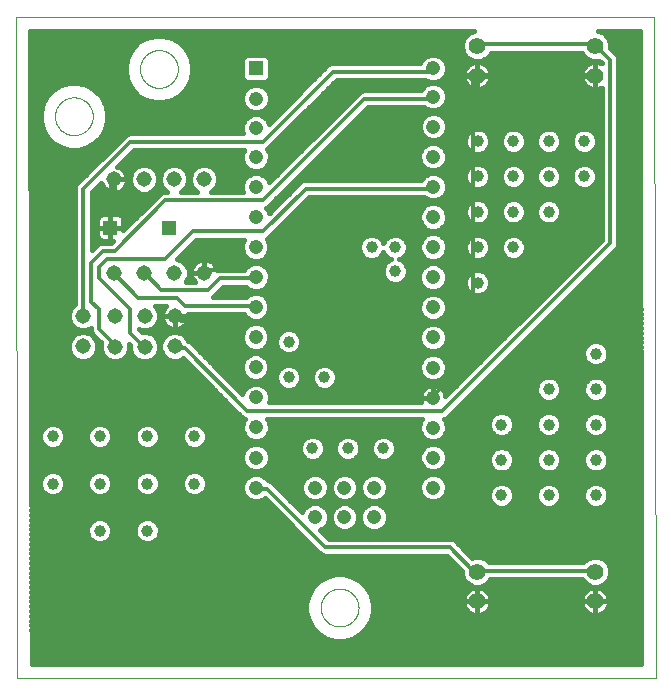
<source format=gtl>
G75*
%MOIN*%
%OFA0B0*%
%FSLAX25Y25*%
%IPPOS*%
%LPD*%
%AMOC8*
5,1,8,0,0,1.08239X$1,22.5*
%
%ADD10C,0.00000*%
%ADD11R,0.05150X0.05150*%
%ADD12R,0.04756X0.04756*%
%ADD13C,0.04756*%
%ADD14C,0.05150*%
%ADD15C,0.05543*%
%ADD16C,0.01200*%
%ADD17C,0.01600*%
%ADD18C,0.03962*%
D10*
X0005737Y0003769D02*
X0005343Y0224320D01*
X0218139Y0224320D01*
X0218532Y0003769D01*
X0005737Y0003769D01*
X0106918Y0027391D02*
X0106920Y0027549D01*
X0106926Y0027707D01*
X0106936Y0027865D01*
X0106950Y0028023D01*
X0106968Y0028180D01*
X0106989Y0028337D01*
X0107015Y0028493D01*
X0107045Y0028649D01*
X0107078Y0028804D01*
X0107116Y0028957D01*
X0107157Y0029110D01*
X0107202Y0029262D01*
X0107251Y0029413D01*
X0107304Y0029562D01*
X0107360Y0029710D01*
X0107420Y0029856D01*
X0107484Y0030001D01*
X0107552Y0030144D01*
X0107623Y0030286D01*
X0107697Y0030426D01*
X0107775Y0030563D01*
X0107857Y0030699D01*
X0107941Y0030833D01*
X0108030Y0030964D01*
X0108121Y0031093D01*
X0108216Y0031220D01*
X0108313Y0031345D01*
X0108414Y0031467D01*
X0108518Y0031586D01*
X0108625Y0031703D01*
X0108735Y0031817D01*
X0108848Y0031928D01*
X0108963Y0032037D01*
X0109081Y0032142D01*
X0109202Y0032244D01*
X0109325Y0032344D01*
X0109451Y0032440D01*
X0109579Y0032533D01*
X0109709Y0032623D01*
X0109842Y0032709D01*
X0109977Y0032793D01*
X0110113Y0032872D01*
X0110252Y0032949D01*
X0110393Y0033021D01*
X0110535Y0033091D01*
X0110679Y0033156D01*
X0110825Y0033218D01*
X0110972Y0033276D01*
X0111121Y0033331D01*
X0111271Y0033382D01*
X0111422Y0033429D01*
X0111574Y0033472D01*
X0111727Y0033511D01*
X0111882Y0033547D01*
X0112037Y0033578D01*
X0112193Y0033606D01*
X0112349Y0033630D01*
X0112506Y0033650D01*
X0112664Y0033666D01*
X0112821Y0033678D01*
X0112980Y0033686D01*
X0113138Y0033690D01*
X0113296Y0033690D01*
X0113454Y0033686D01*
X0113613Y0033678D01*
X0113770Y0033666D01*
X0113928Y0033650D01*
X0114085Y0033630D01*
X0114241Y0033606D01*
X0114397Y0033578D01*
X0114552Y0033547D01*
X0114707Y0033511D01*
X0114860Y0033472D01*
X0115012Y0033429D01*
X0115163Y0033382D01*
X0115313Y0033331D01*
X0115462Y0033276D01*
X0115609Y0033218D01*
X0115755Y0033156D01*
X0115899Y0033091D01*
X0116041Y0033021D01*
X0116182Y0032949D01*
X0116321Y0032872D01*
X0116457Y0032793D01*
X0116592Y0032709D01*
X0116725Y0032623D01*
X0116855Y0032533D01*
X0116983Y0032440D01*
X0117109Y0032344D01*
X0117232Y0032244D01*
X0117353Y0032142D01*
X0117471Y0032037D01*
X0117586Y0031928D01*
X0117699Y0031817D01*
X0117809Y0031703D01*
X0117916Y0031586D01*
X0118020Y0031467D01*
X0118121Y0031345D01*
X0118218Y0031220D01*
X0118313Y0031093D01*
X0118404Y0030964D01*
X0118493Y0030833D01*
X0118577Y0030699D01*
X0118659Y0030563D01*
X0118737Y0030426D01*
X0118811Y0030286D01*
X0118882Y0030144D01*
X0118950Y0030001D01*
X0119014Y0029856D01*
X0119074Y0029710D01*
X0119130Y0029562D01*
X0119183Y0029413D01*
X0119232Y0029262D01*
X0119277Y0029110D01*
X0119318Y0028957D01*
X0119356Y0028804D01*
X0119389Y0028649D01*
X0119419Y0028493D01*
X0119445Y0028337D01*
X0119466Y0028180D01*
X0119484Y0028023D01*
X0119498Y0027865D01*
X0119508Y0027707D01*
X0119514Y0027549D01*
X0119516Y0027391D01*
X0119514Y0027233D01*
X0119508Y0027075D01*
X0119498Y0026917D01*
X0119484Y0026759D01*
X0119466Y0026602D01*
X0119445Y0026445D01*
X0119419Y0026289D01*
X0119389Y0026133D01*
X0119356Y0025978D01*
X0119318Y0025825D01*
X0119277Y0025672D01*
X0119232Y0025520D01*
X0119183Y0025369D01*
X0119130Y0025220D01*
X0119074Y0025072D01*
X0119014Y0024926D01*
X0118950Y0024781D01*
X0118882Y0024638D01*
X0118811Y0024496D01*
X0118737Y0024356D01*
X0118659Y0024219D01*
X0118577Y0024083D01*
X0118493Y0023949D01*
X0118404Y0023818D01*
X0118313Y0023689D01*
X0118218Y0023562D01*
X0118121Y0023437D01*
X0118020Y0023315D01*
X0117916Y0023196D01*
X0117809Y0023079D01*
X0117699Y0022965D01*
X0117586Y0022854D01*
X0117471Y0022745D01*
X0117353Y0022640D01*
X0117232Y0022538D01*
X0117109Y0022438D01*
X0116983Y0022342D01*
X0116855Y0022249D01*
X0116725Y0022159D01*
X0116592Y0022073D01*
X0116457Y0021989D01*
X0116321Y0021910D01*
X0116182Y0021833D01*
X0116041Y0021761D01*
X0115899Y0021691D01*
X0115755Y0021626D01*
X0115609Y0021564D01*
X0115462Y0021506D01*
X0115313Y0021451D01*
X0115163Y0021400D01*
X0115012Y0021353D01*
X0114860Y0021310D01*
X0114707Y0021271D01*
X0114552Y0021235D01*
X0114397Y0021204D01*
X0114241Y0021176D01*
X0114085Y0021152D01*
X0113928Y0021132D01*
X0113770Y0021116D01*
X0113613Y0021104D01*
X0113454Y0021096D01*
X0113296Y0021092D01*
X0113138Y0021092D01*
X0112980Y0021096D01*
X0112821Y0021104D01*
X0112664Y0021116D01*
X0112506Y0021132D01*
X0112349Y0021152D01*
X0112193Y0021176D01*
X0112037Y0021204D01*
X0111882Y0021235D01*
X0111727Y0021271D01*
X0111574Y0021310D01*
X0111422Y0021353D01*
X0111271Y0021400D01*
X0111121Y0021451D01*
X0110972Y0021506D01*
X0110825Y0021564D01*
X0110679Y0021626D01*
X0110535Y0021691D01*
X0110393Y0021761D01*
X0110252Y0021833D01*
X0110113Y0021910D01*
X0109977Y0021989D01*
X0109842Y0022073D01*
X0109709Y0022159D01*
X0109579Y0022249D01*
X0109451Y0022342D01*
X0109325Y0022438D01*
X0109202Y0022538D01*
X0109081Y0022640D01*
X0108963Y0022745D01*
X0108848Y0022854D01*
X0108735Y0022965D01*
X0108625Y0023079D01*
X0108518Y0023196D01*
X0108414Y0023315D01*
X0108313Y0023437D01*
X0108216Y0023562D01*
X0108121Y0023689D01*
X0108030Y0023818D01*
X0107941Y0023949D01*
X0107857Y0024083D01*
X0107775Y0024219D01*
X0107697Y0024356D01*
X0107623Y0024496D01*
X0107552Y0024638D01*
X0107484Y0024781D01*
X0107420Y0024926D01*
X0107360Y0025072D01*
X0107304Y0025220D01*
X0107251Y0025369D01*
X0107202Y0025520D01*
X0107157Y0025672D01*
X0107116Y0025825D01*
X0107078Y0025978D01*
X0107045Y0026133D01*
X0107015Y0026289D01*
X0106989Y0026445D01*
X0106968Y0026602D01*
X0106950Y0026759D01*
X0106936Y0026917D01*
X0106926Y0027075D01*
X0106920Y0027233D01*
X0106918Y0027391D01*
X0018336Y0191170D02*
X0018338Y0191328D01*
X0018344Y0191486D01*
X0018354Y0191644D01*
X0018368Y0191802D01*
X0018386Y0191959D01*
X0018407Y0192116D01*
X0018433Y0192272D01*
X0018463Y0192428D01*
X0018496Y0192583D01*
X0018534Y0192736D01*
X0018575Y0192889D01*
X0018620Y0193041D01*
X0018669Y0193192D01*
X0018722Y0193341D01*
X0018778Y0193489D01*
X0018838Y0193635D01*
X0018902Y0193780D01*
X0018970Y0193923D01*
X0019041Y0194065D01*
X0019115Y0194205D01*
X0019193Y0194342D01*
X0019275Y0194478D01*
X0019359Y0194612D01*
X0019448Y0194743D01*
X0019539Y0194872D01*
X0019634Y0194999D01*
X0019731Y0195124D01*
X0019832Y0195246D01*
X0019936Y0195365D01*
X0020043Y0195482D01*
X0020153Y0195596D01*
X0020266Y0195707D01*
X0020381Y0195816D01*
X0020499Y0195921D01*
X0020620Y0196023D01*
X0020743Y0196123D01*
X0020869Y0196219D01*
X0020997Y0196312D01*
X0021127Y0196402D01*
X0021260Y0196488D01*
X0021395Y0196572D01*
X0021531Y0196651D01*
X0021670Y0196728D01*
X0021811Y0196800D01*
X0021953Y0196870D01*
X0022097Y0196935D01*
X0022243Y0196997D01*
X0022390Y0197055D01*
X0022539Y0197110D01*
X0022689Y0197161D01*
X0022840Y0197208D01*
X0022992Y0197251D01*
X0023145Y0197290D01*
X0023300Y0197326D01*
X0023455Y0197357D01*
X0023611Y0197385D01*
X0023767Y0197409D01*
X0023924Y0197429D01*
X0024082Y0197445D01*
X0024239Y0197457D01*
X0024398Y0197465D01*
X0024556Y0197469D01*
X0024714Y0197469D01*
X0024872Y0197465D01*
X0025031Y0197457D01*
X0025188Y0197445D01*
X0025346Y0197429D01*
X0025503Y0197409D01*
X0025659Y0197385D01*
X0025815Y0197357D01*
X0025970Y0197326D01*
X0026125Y0197290D01*
X0026278Y0197251D01*
X0026430Y0197208D01*
X0026581Y0197161D01*
X0026731Y0197110D01*
X0026880Y0197055D01*
X0027027Y0196997D01*
X0027173Y0196935D01*
X0027317Y0196870D01*
X0027459Y0196800D01*
X0027600Y0196728D01*
X0027739Y0196651D01*
X0027875Y0196572D01*
X0028010Y0196488D01*
X0028143Y0196402D01*
X0028273Y0196312D01*
X0028401Y0196219D01*
X0028527Y0196123D01*
X0028650Y0196023D01*
X0028771Y0195921D01*
X0028889Y0195816D01*
X0029004Y0195707D01*
X0029117Y0195596D01*
X0029227Y0195482D01*
X0029334Y0195365D01*
X0029438Y0195246D01*
X0029539Y0195124D01*
X0029636Y0194999D01*
X0029731Y0194872D01*
X0029822Y0194743D01*
X0029911Y0194612D01*
X0029995Y0194478D01*
X0030077Y0194342D01*
X0030155Y0194205D01*
X0030229Y0194065D01*
X0030300Y0193923D01*
X0030368Y0193780D01*
X0030432Y0193635D01*
X0030492Y0193489D01*
X0030548Y0193341D01*
X0030601Y0193192D01*
X0030650Y0193041D01*
X0030695Y0192889D01*
X0030736Y0192736D01*
X0030774Y0192583D01*
X0030807Y0192428D01*
X0030837Y0192272D01*
X0030863Y0192116D01*
X0030884Y0191959D01*
X0030902Y0191802D01*
X0030916Y0191644D01*
X0030926Y0191486D01*
X0030932Y0191328D01*
X0030934Y0191170D01*
X0030932Y0191012D01*
X0030926Y0190854D01*
X0030916Y0190696D01*
X0030902Y0190538D01*
X0030884Y0190381D01*
X0030863Y0190224D01*
X0030837Y0190068D01*
X0030807Y0189912D01*
X0030774Y0189757D01*
X0030736Y0189604D01*
X0030695Y0189451D01*
X0030650Y0189299D01*
X0030601Y0189148D01*
X0030548Y0188999D01*
X0030492Y0188851D01*
X0030432Y0188705D01*
X0030368Y0188560D01*
X0030300Y0188417D01*
X0030229Y0188275D01*
X0030155Y0188135D01*
X0030077Y0187998D01*
X0029995Y0187862D01*
X0029911Y0187728D01*
X0029822Y0187597D01*
X0029731Y0187468D01*
X0029636Y0187341D01*
X0029539Y0187216D01*
X0029438Y0187094D01*
X0029334Y0186975D01*
X0029227Y0186858D01*
X0029117Y0186744D01*
X0029004Y0186633D01*
X0028889Y0186524D01*
X0028771Y0186419D01*
X0028650Y0186317D01*
X0028527Y0186217D01*
X0028401Y0186121D01*
X0028273Y0186028D01*
X0028143Y0185938D01*
X0028010Y0185852D01*
X0027875Y0185768D01*
X0027739Y0185689D01*
X0027600Y0185612D01*
X0027459Y0185540D01*
X0027317Y0185470D01*
X0027173Y0185405D01*
X0027027Y0185343D01*
X0026880Y0185285D01*
X0026731Y0185230D01*
X0026581Y0185179D01*
X0026430Y0185132D01*
X0026278Y0185089D01*
X0026125Y0185050D01*
X0025970Y0185014D01*
X0025815Y0184983D01*
X0025659Y0184955D01*
X0025503Y0184931D01*
X0025346Y0184911D01*
X0025188Y0184895D01*
X0025031Y0184883D01*
X0024872Y0184875D01*
X0024714Y0184871D01*
X0024556Y0184871D01*
X0024398Y0184875D01*
X0024239Y0184883D01*
X0024082Y0184895D01*
X0023924Y0184911D01*
X0023767Y0184931D01*
X0023611Y0184955D01*
X0023455Y0184983D01*
X0023300Y0185014D01*
X0023145Y0185050D01*
X0022992Y0185089D01*
X0022840Y0185132D01*
X0022689Y0185179D01*
X0022539Y0185230D01*
X0022390Y0185285D01*
X0022243Y0185343D01*
X0022097Y0185405D01*
X0021953Y0185470D01*
X0021811Y0185540D01*
X0021670Y0185612D01*
X0021531Y0185689D01*
X0021395Y0185768D01*
X0021260Y0185852D01*
X0021127Y0185938D01*
X0020997Y0186028D01*
X0020869Y0186121D01*
X0020743Y0186217D01*
X0020620Y0186317D01*
X0020499Y0186419D01*
X0020381Y0186524D01*
X0020266Y0186633D01*
X0020153Y0186744D01*
X0020043Y0186858D01*
X0019936Y0186975D01*
X0019832Y0187094D01*
X0019731Y0187216D01*
X0019634Y0187341D01*
X0019539Y0187468D01*
X0019448Y0187597D01*
X0019359Y0187728D01*
X0019275Y0187862D01*
X0019193Y0187998D01*
X0019115Y0188135D01*
X0019041Y0188275D01*
X0018970Y0188417D01*
X0018902Y0188560D01*
X0018838Y0188705D01*
X0018778Y0188851D01*
X0018722Y0188999D01*
X0018669Y0189148D01*
X0018620Y0189299D01*
X0018575Y0189451D01*
X0018534Y0189604D01*
X0018496Y0189757D01*
X0018463Y0189912D01*
X0018433Y0190068D01*
X0018407Y0190224D01*
X0018386Y0190381D01*
X0018368Y0190538D01*
X0018354Y0190696D01*
X0018344Y0190854D01*
X0018338Y0191012D01*
X0018336Y0191170D01*
X0046682Y0206918D02*
X0046684Y0207076D01*
X0046690Y0207234D01*
X0046700Y0207392D01*
X0046714Y0207550D01*
X0046732Y0207707D01*
X0046753Y0207864D01*
X0046779Y0208020D01*
X0046809Y0208176D01*
X0046842Y0208331D01*
X0046880Y0208484D01*
X0046921Y0208637D01*
X0046966Y0208789D01*
X0047015Y0208940D01*
X0047068Y0209089D01*
X0047124Y0209237D01*
X0047184Y0209383D01*
X0047248Y0209528D01*
X0047316Y0209671D01*
X0047387Y0209813D01*
X0047461Y0209953D01*
X0047539Y0210090D01*
X0047621Y0210226D01*
X0047705Y0210360D01*
X0047794Y0210491D01*
X0047885Y0210620D01*
X0047980Y0210747D01*
X0048077Y0210872D01*
X0048178Y0210994D01*
X0048282Y0211113D01*
X0048389Y0211230D01*
X0048499Y0211344D01*
X0048612Y0211455D01*
X0048727Y0211564D01*
X0048845Y0211669D01*
X0048966Y0211771D01*
X0049089Y0211871D01*
X0049215Y0211967D01*
X0049343Y0212060D01*
X0049473Y0212150D01*
X0049606Y0212236D01*
X0049741Y0212320D01*
X0049877Y0212399D01*
X0050016Y0212476D01*
X0050157Y0212548D01*
X0050299Y0212618D01*
X0050443Y0212683D01*
X0050589Y0212745D01*
X0050736Y0212803D01*
X0050885Y0212858D01*
X0051035Y0212909D01*
X0051186Y0212956D01*
X0051338Y0212999D01*
X0051491Y0213038D01*
X0051646Y0213074D01*
X0051801Y0213105D01*
X0051957Y0213133D01*
X0052113Y0213157D01*
X0052270Y0213177D01*
X0052428Y0213193D01*
X0052585Y0213205D01*
X0052744Y0213213D01*
X0052902Y0213217D01*
X0053060Y0213217D01*
X0053218Y0213213D01*
X0053377Y0213205D01*
X0053534Y0213193D01*
X0053692Y0213177D01*
X0053849Y0213157D01*
X0054005Y0213133D01*
X0054161Y0213105D01*
X0054316Y0213074D01*
X0054471Y0213038D01*
X0054624Y0212999D01*
X0054776Y0212956D01*
X0054927Y0212909D01*
X0055077Y0212858D01*
X0055226Y0212803D01*
X0055373Y0212745D01*
X0055519Y0212683D01*
X0055663Y0212618D01*
X0055805Y0212548D01*
X0055946Y0212476D01*
X0056085Y0212399D01*
X0056221Y0212320D01*
X0056356Y0212236D01*
X0056489Y0212150D01*
X0056619Y0212060D01*
X0056747Y0211967D01*
X0056873Y0211871D01*
X0056996Y0211771D01*
X0057117Y0211669D01*
X0057235Y0211564D01*
X0057350Y0211455D01*
X0057463Y0211344D01*
X0057573Y0211230D01*
X0057680Y0211113D01*
X0057784Y0210994D01*
X0057885Y0210872D01*
X0057982Y0210747D01*
X0058077Y0210620D01*
X0058168Y0210491D01*
X0058257Y0210360D01*
X0058341Y0210226D01*
X0058423Y0210090D01*
X0058501Y0209953D01*
X0058575Y0209813D01*
X0058646Y0209671D01*
X0058714Y0209528D01*
X0058778Y0209383D01*
X0058838Y0209237D01*
X0058894Y0209089D01*
X0058947Y0208940D01*
X0058996Y0208789D01*
X0059041Y0208637D01*
X0059082Y0208484D01*
X0059120Y0208331D01*
X0059153Y0208176D01*
X0059183Y0208020D01*
X0059209Y0207864D01*
X0059230Y0207707D01*
X0059248Y0207550D01*
X0059262Y0207392D01*
X0059272Y0207234D01*
X0059278Y0207076D01*
X0059280Y0206918D01*
X0059278Y0206760D01*
X0059272Y0206602D01*
X0059262Y0206444D01*
X0059248Y0206286D01*
X0059230Y0206129D01*
X0059209Y0205972D01*
X0059183Y0205816D01*
X0059153Y0205660D01*
X0059120Y0205505D01*
X0059082Y0205352D01*
X0059041Y0205199D01*
X0058996Y0205047D01*
X0058947Y0204896D01*
X0058894Y0204747D01*
X0058838Y0204599D01*
X0058778Y0204453D01*
X0058714Y0204308D01*
X0058646Y0204165D01*
X0058575Y0204023D01*
X0058501Y0203883D01*
X0058423Y0203746D01*
X0058341Y0203610D01*
X0058257Y0203476D01*
X0058168Y0203345D01*
X0058077Y0203216D01*
X0057982Y0203089D01*
X0057885Y0202964D01*
X0057784Y0202842D01*
X0057680Y0202723D01*
X0057573Y0202606D01*
X0057463Y0202492D01*
X0057350Y0202381D01*
X0057235Y0202272D01*
X0057117Y0202167D01*
X0056996Y0202065D01*
X0056873Y0201965D01*
X0056747Y0201869D01*
X0056619Y0201776D01*
X0056489Y0201686D01*
X0056356Y0201600D01*
X0056221Y0201516D01*
X0056085Y0201437D01*
X0055946Y0201360D01*
X0055805Y0201288D01*
X0055663Y0201218D01*
X0055519Y0201153D01*
X0055373Y0201091D01*
X0055226Y0201033D01*
X0055077Y0200978D01*
X0054927Y0200927D01*
X0054776Y0200880D01*
X0054624Y0200837D01*
X0054471Y0200798D01*
X0054316Y0200762D01*
X0054161Y0200731D01*
X0054005Y0200703D01*
X0053849Y0200679D01*
X0053692Y0200659D01*
X0053534Y0200643D01*
X0053377Y0200631D01*
X0053218Y0200623D01*
X0053060Y0200619D01*
X0052902Y0200619D01*
X0052744Y0200623D01*
X0052585Y0200631D01*
X0052428Y0200643D01*
X0052270Y0200659D01*
X0052113Y0200679D01*
X0051957Y0200703D01*
X0051801Y0200731D01*
X0051646Y0200762D01*
X0051491Y0200798D01*
X0051338Y0200837D01*
X0051186Y0200880D01*
X0051035Y0200927D01*
X0050885Y0200978D01*
X0050736Y0201033D01*
X0050589Y0201091D01*
X0050443Y0201153D01*
X0050299Y0201218D01*
X0050157Y0201288D01*
X0050016Y0201360D01*
X0049877Y0201437D01*
X0049741Y0201516D01*
X0049606Y0201600D01*
X0049473Y0201686D01*
X0049343Y0201776D01*
X0049215Y0201869D01*
X0049089Y0201965D01*
X0048966Y0202065D01*
X0048845Y0202167D01*
X0048727Y0202272D01*
X0048612Y0202381D01*
X0048499Y0202492D01*
X0048389Y0202606D01*
X0048282Y0202723D01*
X0048178Y0202842D01*
X0048077Y0202964D01*
X0047980Y0203089D01*
X0047885Y0203216D01*
X0047794Y0203345D01*
X0047705Y0203476D01*
X0047621Y0203610D01*
X0047539Y0203746D01*
X0047461Y0203883D01*
X0047387Y0204023D01*
X0047316Y0204165D01*
X0047248Y0204308D01*
X0047184Y0204453D01*
X0047124Y0204599D01*
X0047068Y0204747D01*
X0047015Y0204896D01*
X0046966Y0205047D01*
X0046921Y0205199D01*
X0046880Y0205352D01*
X0046842Y0205505D01*
X0046809Y0205660D01*
X0046779Y0205816D01*
X0046753Y0205972D01*
X0046732Y0206129D01*
X0046714Y0206286D01*
X0046700Y0206444D01*
X0046690Y0206602D01*
X0046684Y0206760D01*
X0046682Y0206918D01*
D11*
X0056485Y0154083D03*
X0036800Y0154083D03*
D12*
X0085304Y0207115D03*
D13*
X0085343Y0197076D03*
X0085304Y0187194D03*
X0085304Y0177587D03*
X0085304Y0167587D03*
X0085304Y0157627D03*
X0085265Y0147587D03*
X0085304Y0137587D03*
X0085265Y0127587D03*
X0085265Y0117548D03*
X0085225Y0107509D03*
X0085304Y0097469D03*
X0085343Y0087430D03*
X0085304Y0077391D03*
X0085304Y0067351D03*
X0104989Y0067351D03*
X0104989Y0057509D03*
X0114831Y0057509D03*
X0114831Y0067351D03*
X0124674Y0067351D03*
X0124674Y0057509D03*
X0144359Y0067391D03*
X0144398Y0077391D03*
X0144359Y0087391D03*
X0144359Y0097391D03*
X0144359Y0107391D03*
X0144359Y0117430D03*
X0144359Y0127469D03*
X0144359Y0137509D03*
X0144398Y0147548D03*
X0144398Y0157627D03*
X0144398Y0167666D03*
X0144359Y0177666D03*
X0144438Y0187745D03*
X0144398Y0197706D03*
X0144359Y0207115D03*
D14*
X0068060Y0170146D03*
X0058060Y0170186D03*
X0048060Y0170186D03*
X0038060Y0170107D03*
X0038099Y0139044D03*
X0048099Y0139005D03*
X0058099Y0139005D03*
X0068099Y0139083D03*
X0058296Y0124595D03*
X0058257Y0114438D03*
X0048178Y0114398D03*
X0038375Y0114398D03*
X0038414Y0124517D03*
X0048178Y0124595D03*
X0027666Y0124556D03*
X0027666Y0114438D03*
D15*
X0159044Y0039359D03*
X0159044Y0029517D03*
X0198414Y0029517D03*
X0198414Y0039359D03*
X0198414Y0204713D03*
X0198414Y0214556D03*
X0159044Y0214556D03*
X0159044Y0204713D03*
D16*
X0157837Y0203485D01*
X0157837Y0131985D01*
X0090237Y0131985D01*
X0090237Y0139785D01*
X0087637Y0142385D01*
X0083737Y0142385D01*
X0081137Y0139785D01*
X0068137Y0139785D01*
X0068099Y0139083D01*
X0073337Y0137185D02*
X0069437Y0133285D01*
X0053837Y0133285D01*
X0048637Y0138485D01*
X0048099Y0139005D01*
X0055137Y0143685D02*
X0035637Y0143685D01*
X0033037Y0141085D01*
X0033037Y0137185D01*
X0043437Y0126785D01*
X0043437Y0118985D01*
X0047337Y0115085D01*
X0048178Y0114398D01*
X0038375Y0114398D02*
X0038237Y0115085D01*
X0033037Y0120285D01*
X0033037Y0126785D01*
X0030437Y0129385D01*
X0030437Y0142385D01*
X0034337Y0146285D01*
X0038237Y0146285D01*
X0055137Y0163185D01*
X0087637Y0163185D01*
X0121437Y0196985D01*
X0143537Y0196985D01*
X0144398Y0197706D01*
X0143537Y0206085D02*
X0144359Y0207115D01*
X0143537Y0206085D02*
X0111037Y0206085D01*
X0087637Y0182685D01*
X0043437Y0182685D01*
X0027837Y0167085D01*
X0027837Y0125485D01*
X0027666Y0124556D01*
X0038237Y0138485D02*
X0038099Y0139044D01*
X0038237Y0138485D02*
X0046037Y0130685D01*
X0059037Y0130685D01*
X0061637Y0128085D01*
X0085037Y0128085D01*
X0085265Y0127587D01*
X0087637Y0122885D02*
X0060337Y0122885D01*
X0059037Y0124185D01*
X0058296Y0124595D01*
X0058257Y0114438D02*
X0059037Y0113785D01*
X0061637Y0113785D01*
X0082437Y0092985D01*
X0147437Y0092985D01*
X0203337Y0148885D01*
X0203337Y0209985D01*
X0199437Y0213885D01*
X0198414Y0214556D01*
X0198137Y0215185D01*
X0159137Y0215185D01*
X0159044Y0214556D01*
X0159137Y0204785D02*
X0159044Y0204713D01*
X0159137Y0204785D02*
X0198137Y0204785D01*
X0198414Y0204713D01*
X0144398Y0167666D02*
X0143537Y0167085D01*
X0101937Y0167085D01*
X0087637Y0152785D01*
X0064237Y0152785D01*
X0055137Y0143685D01*
X0073337Y0137185D02*
X0085037Y0137185D01*
X0085304Y0137587D01*
X0090237Y0131985D02*
X0090237Y0125485D01*
X0087637Y0122885D01*
X0036937Y0154085D02*
X0036800Y0154083D01*
X0036937Y0154085D02*
X0036937Y0169685D01*
X0038060Y0170107D01*
X0085304Y0067351D02*
X0086337Y0066985D01*
X0088937Y0066985D01*
X0108437Y0047485D01*
X0150037Y0047485D01*
X0157837Y0039685D01*
X0159044Y0039359D01*
X0159137Y0039685D01*
X0198137Y0039685D01*
X0198414Y0039359D01*
X0198414Y0029517D02*
X0198137Y0029285D01*
X0159137Y0029285D01*
X0159044Y0029517D01*
X0144359Y0097391D02*
X0144837Y0098185D01*
X0157837Y0111185D01*
X0157837Y0131985D01*
D17*
X0157712Y0131782D02*
X0145909Y0131782D01*
X0145270Y0132047D02*
X0146952Y0131350D01*
X0148240Y0130062D01*
X0148937Y0128380D01*
X0148937Y0126559D01*
X0148240Y0124876D01*
X0146952Y0123588D01*
X0145270Y0122891D01*
X0143448Y0122891D01*
X0141766Y0123588D01*
X0140478Y0124876D01*
X0139781Y0126559D01*
X0139781Y0128380D01*
X0140478Y0130062D01*
X0141766Y0131350D01*
X0143448Y0132047D01*
X0145270Y0132047D01*
X0145270Y0132931D02*
X0146952Y0133628D01*
X0148240Y0134915D01*
X0148937Y0136598D01*
X0148937Y0138419D01*
X0148240Y0140102D01*
X0146952Y0141390D01*
X0145270Y0142087D01*
X0143448Y0142087D01*
X0141766Y0141390D01*
X0140478Y0140102D01*
X0139781Y0138419D01*
X0139781Y0136598D01*
X0140478Y0134915D01*
X0141766Y0133628D01*
X0143448Y0132931D01*
X0145270Y0132931D01*
X0146356Y0133381D02*
X0155698Y0133381D01*
X0155736Y0133290D02*
X0156912Y0132114D01*
X0158449Y0131477D01*
X0160112Y0131477D01*
X0161649Y0132114D01*
X0162825Y0133290D01*
X0163461Y0134827D01*
X0163461Y0136490D01*
X0162825Y0138027D01*
X0161649Y0139203D01*
X0160112Y0139839D01*
X0158449Y0139839D01*
X0156912Y0139203D01*
X0155736Y0138027D01*
X0155099Y0136490D01*
X0155099Y0134827D01*
X0155736Y0133290D01*
X0155099Y0134979D02*
X0148267Y0134979D01*
X0148929Y0136578D02*
X0155136Y0136578D01*
X0155885Y0138176D02*
X0148937Y0138176D01*
X0148375Y0139775D02*
X0158293Y0139775D01*
X0160268Y0139775D02*
X0190267Y0139775D01*
X0191866Y0141373D02*
X0146969Y0141373D01*
X0146992Y0143667D02*
X0148279Y0144955D01*
X0148976Y0146637D01*
X0148976Y0148459D01*
X0148279Y0150141D01*
X0146992Y0151429D01*
X0145309Y0152126D01*
X0143488Y0152126D01*
X0141805Y0151429D01*
X0140517Y0150141D01*
X0139820Y0148459D01*
X0139820Y0146637D01*
X0140517Y0144955D01*
X0141805Y0143667D01*
X0143488Y0142970D01*
X0145309Y0142970D01*
X0146992Y0143667D01*
X0147895Y0144570D02*
X0156266Y0144570D01*
X0155736Y0145101D02*
X0156912Y0143925D01*
X0158449Y0143288D01*
X0160112Y0143288D01*
X0161649Y0143925D01*
X0162825Y0145101D01*
X0163461Y0146638D01*
X0163461Y0148301D01*
X0162825Y0149838D01*
X0161649Y0151014D01*
X0160112Y0151650D01*
X0158449Y0151650D01*
X0156912Y0151014D01*
X0155736Y0149838D01*
X0155099Y0148301D01*
X0155099Y0146638D01*
X0155736Y0145101D01*
X0155293Y0146169D02*
X0148782Y0146169D01*
X0148976Y0147767D02*
X0155099Y0147767D01*
X0155540Y0149366D02*
X0148601Y0149366D01*
X0147456Y0150964D02*
X0156863Y0150964D01*
X0158449Y0155099D02*
X0160112Y0155099D01*
X0161649Y0155736D01*
X0162825Y0156912D01*
X0163461Y0158449D01*
X0163461Y0160112D01*
X0162825Y0161649D01*
X0161649Y0162825D01*
X0160112Y0163461D01*
X0158449Y0163461D01*
X0156912Y0162825D01*
X0155736Y0161649D01*
X0155099Y0160112D01*
X0155099Y0158449D01*
X0155736Y0156912D01*
X0156912Y0155736D01*
X0158449Y0155099D01*
X0156888Y0155760D02*
X0148580Y0155760D01*
X0148279Y0155034D02*
X0148976Y0156716D01*
X0148976Y0158537D01*
X0148279Y0160220D01*
X0146992Y0161508D01*
X0145309Y0162205D01*
X0143488Y0162205D01*
X0141805Y0161508D01*
X0140517Y0160220D01*
X0139820Y0158537D01*
X0139820Y0156716D01*
X0140517Y0155034D01*
X0141805Y0153746D01*
X0143488Y0153049D01*
X0145309Y0153049D01*
X0146992Y0153746D01*
X0148279Y0155034D01*
X0147407Y0154161D02*
X0200537Y0154161D01*
X0200537Y0152563D02*
X0091375Y0152563D01*
X0090011Y0151199D02*
X0103097Y0164285D01*
X0141305Y0164285D01*
X0141805Y0163785D01*
X0143488Y0163088D01*
X0145309Y0163088D01*
X0146992Y0163785D01*
X0148279Y0165073D01*
X0148976Y0166756D01*
X0148976Y0168577D01*
X0148279Y0170259D01*
X0146992Y0171547D01*
X0145309Y0172244D01*
X0143488Y0172244D01*
X0141805Y0171547D01*
X0140517Y0170259D01*
X0140362Y0169885D01*
X0101380Y0169885D01*
X0100351Y0169459D01*
X0089749Y0158857D01*
X0089185Y0160220D01*
X0088778Y0160627D01*
X0089223Y0160811D01*
X0090011Y0161599D01*
X0122597Y0194185D01*
X0141445Y0194185D01*
X0141805Y0193825D01*
X0143488Y0193128D01*
X0145309Y0193128D01*
X0146992Y0193825D01*
X0148279Y0195112D01*
X0148976Y0196795D01*
X0148976Y0198616D01*
X0148279Y0200299D01*
X0146992Y0201587D01*
X0145309Y0202283D01*
X0143488Y0202283D01*
X0141805Y0201587D01*
X0140517Y0200299D01*
X0140305Y0199785D01*
X0120880Y0199785D01*
X0119851Y0199359D01*
X0089621Y0169129D01*
X0089185Y0170181D01*
X0087897Y0171468D01*
X0086215Y0172165D01*
X0084393Y0172165D01*
X0082711Y0171468D01*
X0081423Y0170181D01*
X0080726Y0168498D01*
X0080726Y0166677D01*
X0081013Y0165985D01*
X0070490Y0165985D01*
X0070765Y0166099D01*
X0072108Y0167442D01*
X0072835Y0169197D01*
X0072835Y0171096D01*
X0072108Y0172851D01*
X0070765Y0174194D01*
X0069010Y0174921D01*
X0067110Y0174921D01*
X0065355Y0174194D01*
X0064012Y0172851D01*
X0063285Y0171096D01*
X0063285Y0169197D01*
X0064012Y0167442D01*
X0065355Y0166099D01*
X0065629Y0165985D01*
X0060395Y0165985D01*
X0060765Y0166138D01*
X0062108Y0167481D01*
X0062835Y0169236D01*
X0062835Y0171136D01*
X0062108Y0172891D01*
X0060765Y0174234D01*
X0059010Y0174961D01*
X0057110Y0174961D01*
X0055355Y0174234D01*
X0054012Y0172891D01*
X0053285Y0171136D01*
X0053285Y0169236D01*
X0054012Y0167481D01*
X0055355Y0166138D01*
X0055724Y0165985D01*
X0054580Y0165985D01*
X0053551Y0165559D01*
X0041175Y0153183D01*
X0041175Y0154083D01*
X0036800Y0154083D01*
X0036800Y0149709D01*
X0037701Y0149709D01*
X0037077Y0149085D01*
X0033780Y0149085D01*
X0032751Y0148659D01*
X0030637Y0146545D01*
X0030637Y0165925D01*
X0033793Y0169081D01*
X0034006Y0168428D01*
X0034318Y0167814D01*
X0034723Y0167257D01*
X0035210Y0166770D01*
X0035767Y0166365D01*
X0036380Y0166053D01*
X0037035Y0165840D01*
X0037716Y0165732D01*
X0038060Y0165732D01*
X0038404Y0165732D01*
X0039084Y0165840D01*
X0039739Y0166053D01*
X0040353Y0166365D01*
X0040910Y0166770D01*
X0041397Y0167257D01*
X0041802Y0167814D01*
X0042114Y0168428D01*
X0042327Y0169083D01*
X0042435Y0169763D01*
X0042435Y0170107D01*
X0042435Y0170451D01*
X0042327Y0171132D01*
X0042114Y0171786D01*
X0041802Y0172400D01*
X0041397Y0172957D01*
X0040910Y0173444D01*
X0040353Y0173849D01*
X0039739Y0174161D01*
X0039086Y0174374D01*
X0044597Y0179885D01*
X0081301Y0179885D01*
X0080726Y0178498D01*
X0080726Y0176677D01*
X0081423Y0174994D01*
X0082711Y0173706D01*
X0084393Y0173009D01*
X0086215Y0173009D01*
X0087897Y0173706D01*
X0089185Y0174994D01*
X0089882Y0176677D01*
X0089882Y0178498D01*
X0089185Y0180181D01*
X0089104Y0180262D01*
X0089223Y0180311D01*
X0090011Y0181099D01*
X0112197Y0203285D01*
X0141715Y0203285D01*
X0141766Y0203234D01*
X0143448Y0202537D01*
X0145270Y0202537D01*
X0146952Y0203234D01*
X0148240Y0204522D01*
X0148937Y0206204D01*
X0148937Y0208026D01*
X0148240Y0209708D01*
X0146952Y0210996D01*
X0145270Y0211693D01*
X0143448Y0211693D01*
X0141766Y0210996D01*
X0140478Y0209708D01*
X0140137Y0208885D01*
X0110480Y0208885D01*
X0109451Y0208459D01*
X0089652Y0188660D01*
X0089185Y0189787D01*
X0087897Y0191075D01*
X0086215Y0191772D01*
X0084393Y0191772D01*
X0082711Y0191075D01*
X0081423Y0189787D01*
X0080726Y0188104D01*
X0080726Y0186283D01*
X0081057Y0185485D01*
X0042880Y0185485D01*
X0041851Y0185059D01*
X0026251Y0169459D01*
X0025463Y0168671D01*
X0025037Y0167642D01*
X0025037Y0128635D01*
X0024961Y0128604D01*
X0023618Y0127261D01*
X0022891Y0125506D01*
X0022891Y0123606D01*
X0023618Y0121851D01*
X0024961Y0120508D01*
X0026716Y0119781D01*
X0028616Y0119781D01*
X0030237Y0120453D01*
X0030237Y0119728D01*
X0030663Y0118699D01*
X0033721Y0115641D01*
X0033600Y0115348D01*
X0033600Y0113449D01*
X0034327Y0111694D01*
X0035670Y0110351D01*
X0037425Y0109624D01*
X0039325Y0109624D01*
X0041080Y0110351D01*
X0042423Y0111694D01*
X0043150Y0113449D01*
X0043150Y0115313D01*
X0043403Y0115059D01*
X0043403Y0113449D01*
X0044130Y0111694D01*
X0045473Y0110351D01*
X0047228Y0109624D01*
X0049128Y0109624D01*
X0050883Y0110351D01*
X0052226Y0111694D01*
X0052953Y0113449D01*
X0052953Y0115348D01*
X0052226Y0117103D01*
X0050883Y0118446D01*
X0049128Y0119173D01*
X0047228Y0119173D01*
X0047214Y0119167D01*
X0046237Y0120145D01*
X0046237Y0120231D01*
X0047228Y0119820D01*
X0049128Y0119820D01*
X0050883Y0120547D01*
X0052226Y0121891D01*
X0052953Y0123645D01*
X0052953Y0125545D01*
X0052226Y0127300D01*
X0051641Y0127885D01*
X0055399Y0127885D01*
X0054959Y0127445D01*
X0054554Y0126888D01*
X0054242Y0126275D01*
X0054029Y0125620D01*
X0053921Y0124940D01*
X0053921Y0124595D01*
X0053921Y0124251D01*
X0054029Y0123571D01*
X0054242Y0122916D01*
X0054554Y0122302D01*
X0054959Y0121745D01*
X0055446Y0121258D01*
X0056003Y0120854D01*
X0056617Y0120541D01*
X0057272Y0120328D01*
X0057952Y0120220D01*
X0058296Y0120220D01*
X0058296Y0124595D01*
X0058296Y0124595D01*
X0058296Y0120220D01*
X0058640Y0120220D01*
X0059320Y0120328D01*
X0059975Y0120541D01*
X0060589Y0120854D01*
X0061146Y0121258D01*
X0061633Y0121745D01*
X0062038Y0122302D01*
X0062350Y0122916D01*
X0062563Y0123571D01*
X0062671Y0124251D01*
X0062671Y0124595D01*
X0058296Y0124595D01*
X0053921Y0124595D01*
X0058296Y0124595D01*
X0058296Y0124595D01*
X0058296Y0124595D01*
X0062671Y0124595D01*
X0062671Y0124940D01*
X0062616Y0125285D01*
X0081263Y0125285D01*
X0081384Y0124994D01*
X0082671Y0123706D01*
X0084354Y0123009D01*
X0086175Y0123009D01*
X0087858Y0123706D01*
X0089146Y0124994D01*
X0089843Y0126677D01*
X0089843Y0128498D01*
X0089146Y0130181D01*
X0087858Y0131468D01*
X0086175Y0132165D01*
X0084354Y0132165D01*
X0082671Y0131468D01*
X0082088Y0130885D01*
X0070960Y0130885D01*
X0071023Y0130911D01*
X0071811Y0131699D01*
X0074497Y0134385D01*
X0082032Y0134385D01*
X0082711Y0133706D01*
X0084393Y0133009D01*
X0086215Y0133009D01*
X0087897Y0133706D01*
X0089185Y0134994D01*
X0089882Y0136677D01*
X0089882Y0138498D01*
X0089185Y0140181D01*
X0087897Y0141468D01*
X0086215Y0142165D01*
X0084393Y0142165D01*
X0082711Y0141468D01*
X0081423Y0140181D01*
X0081342Y0139985D01*
X0072780Y0139985D01*
X0072410Y0139832D01*
X0072366Y0140108D01*
X0072153Y0140763D01*
X0071841Y0141376D01*
X0071436Y0141933D01*
X0070949Y0142420D01*
X0070392Y0142825D01*
X0069779Y0143138D01*
X0069124Y0143351D01*
X0068444Y0143458D01*
X0068099Y0143458D01*
X0067755Y0143458D01*
X0067075Y0143351D01*
X0066420Y0143138D01*
X0065806Y0142825D01*
X0065249Y0142420D01*
X0064762Y0141933D01*
X0064358Y0141376D01*
X0064045Y0140763D01*
X0063832Y0140108D01*
X0063724Y0139428D01*
X0063724Y0139084D01*
X0068099Y0139084D01*
X0068099Y0143458D01*
X0068099Y0139084D01*
X0068099Y0139084D01*
X0068099Y0139083D01*
X0063724Y0139083D01*
X0063724Y0138739D01*
X0063832Y0138059D01*
X0064045Y0137404D01*
X0064358Y0136791D01*
X0064762Y0136233D01*
X0064911Y0136085D01*
X0061932Y0136085D01*
X0062147Y0136300D01*
X0062874Y0138055D01*
X0062874Y0139954D01*
X0062147Y0141709D01*
X0060804Y0143053D01*
X0059150Y0143738D01*
X0065397Y0149985D01*
X0081303Y0149985D01*
X0080687Y0148498D01*
X0080687Y0146677D01*
X0081384Y0144994D01*
X0082671Y0143706D01*
X0084354Y0143009D01*
X0086175Y0143009D01*
X0087858Y0143706D01*
X0089146Y0144994D01*
X0089843Y0146677D01*
X0089843Y0148498D01*
X0089146Y0150181D01*
X0089005Y0150321D01*
X0089223Y0150411D01*
X0090011Y0151199D01*
X0089776Y0150964D02*
X0121429Y0150964D01*
X0121479Y0151014D02*
X0120303Y0149838D01*
X0119666Y0148301D01*
X0119666Y0146638D01*
X0120303Y0145101D01*
X0121479Y0143925D01*
X0123016Y0143288D01*
X0124679Y0143288D01*
X0126216Y0143925D01*
X0127392Y0145101D01*
X0127784Y0146048D01*
X0128177Y0145101D01*
X0129353Y0143925D01*
X0130300Y0143532D01*
X0129353Y0143140D01*
X0128177Y0141964D01*
X0127540Y0140427D01*
X0127540Y0138764D01*
X0128177Y0137227D01*
X0129353Y0136051D01*
X0130890Y0135414D01*
X0132553Y0135414D01*
X0134090Y0136051D01*
X0135266Y0137227D01*
X0135902Y0138764D01*
X0135902Y0140427D01*
X0135266Y0141964D01*
X0134090Y0143140D01*
X0133142Y0143532D01*
X0134090Y0143925D01*
X0135266Y0145101D01*
X0135902Y0146638D01*
X0135902Y0148301D01*
X0135266Y0149838D01*
X0134090Y0151014D01*
X0132553Y0151650D01*
X0130890Y0151650D01*
X0129353Y0151014D01*
X0128177Y0149838D01*
X0127784Y0148890D01*
X0127392Y0149838D01*
X0126216Y0151014D01*
X0124679Y0151650D01*
X0123016Y0151650D01*
X0121479Y0151014D01*
X0120107Y0149366D02*
X0089483Y0149366D01*
X0089843Y0147767D02*
X0119666Y0147767D01*
X0119860Y0146169D02*
X0089632Y0146169D01*
X0088722Y0144570D02*
X0120833Y0144570D01*
X0126861Y0144570D02*
X0128707Y0144570D01*
X0129185Y0142972D02*
X0070104Y0142972D01*
X0068099Y0142972D02*
X0068099Y0142972D01*
X0068099Y0141373D02*
X0068099Y0141373D01*
X0068099Y0139775D02*
X0068099Y0139775D01*
X0066094Y0142972D02*
X0060885Y0142972D01*
X0059982Y0144570D02*
X0081807Y0144570D01*
X0080897Y0146169D02*
X0061581Y0146169D01*
X0063179Y0147767D02*
X0080687Y0147767D01*
X0081046Y0149366D02*
X0064778Y0149366D01*
X0064356Y0141373D02*
X0062286Y0141373D01*
X0062874Y0139775D02*
X0063779Y0139775D01*
X0063814Y0138176D02*
X0062874Y0138176D01*
X0062262Y0136578D02*
X0064512Y0136578D01*
X0071842Y0141373D02*
X0082616Y0141373D01*
X0087992Y0141373D02*
X0127932Y0141373D01*
X0127540Y0139775D02*
X0089353Y0139775D01*
X0089882Y0138176D02*
X0127783Y0138176D01*
X0128826Y0136578D02*
X0089841Y0136578D01*
X0089170Y0134979D02*
X0140452Y0134979D01*
X0139789Y0136578D02*
X0134617Y0136578D01*
X0135659Y0138176D02*
X0139781Y0138176D01*
X0140343Y0139775D02*
X0135902Y0139775D01*
X0135510Y0141373D02*
X0141750Y0141373D01*
X0143483Y0142972D02*
X0134258Y0142972D01*
X0134735Y0144570D02*
X0140902Y0144570D01*
X0140015Y0146169D02*
X0135708Y0146169D01*
X0135902Y0147767D02*
X0139820Y0147767D01*
X0140196Y0149366D02*
X0135461Y0149366D01*
X0134139Y0150964D02*
X0141341Y0150964D01*
X0141390Y0154161D02*
X0092973Y0154161D01*
X0094572Y0155760D02*
X0140217Y0155760D01*
X0139820Y0157359D02*
X0096170Y0157359D01*
X0097769Y0158957D02*
X0139994Y0158957D01*
X0140853Y0160556D02*
X0099367Y0160556D01*
X0100966Y0162154D02*
X0143365Y0162154D01*
X0145431Y0162154D02*
X0156241Y0162154D01*
X0155283Y0160556D02*
X0147944Y0160556D01*
X0148803Y0158957D02*
X0155099Y0158957D01*
X0155551Y0157359D02*
X0148976Y0157359D01*
X0146913Y0163753D02*
X0200537Y0163753D01*
X0200537Y0165351D02*
X0148395Y0165351D01*
X0148976Y0166950D02*
X0158354Y0166950D01*
X0158449Y0166910D02*
X0160112Y0166910D01*
X0161649Y0167547D01*
X0162825Y0168723D01*
X0163461Y0170260D01*
X0163461Y0171923D01*
X0162825Y0173460D01*
X0161649Y0174636D01*
X0160112Y0175272D01*
X0158449Y0175272D01*
X0156912Y0174636D01*
X0155736Y0173460D01*
X0155099Y0171923D01*
X0155099Y0170260D01*
X0155736Y0168723D01*
X0156912Y0167547D01*
X0158449Y0166910D01*
X0160207Y0166950D02*
X0170165Y0166950D01*
X0170260Y0166910D02*
X0171923Y0166910D01*
X0173460Y0167547D01*
X0174636Y0168723D01*
X0175272Y0170260D01*
X0175272Y0171923D01*
X0174636Y0173460D01*
X0173460Y0174636D01*
X0171923Y0175272D01*
X0170260Y0175272D01*
X0168723Y0174636D01*
X0167547Y0173460D01*
X0166910Y0171923D01*
X0166910Y0170260D01*
X0167547Y0168723D01*
X0168723Y0167547D01*
X0170260Y0166910D01*
X0172018Y0166950D02*
X0181976Y0166950D01*
X0182071Y0166910D02*
X0183734Y0166910D01*
X0185271Y0167547D01*
X0186447Y0168723D01*
X0187083Y0170260D01*
X0187083Y0171923D01*
X0186447Y0173460D01*
X0185271Y0174636D01*
X0183734Y0175272D01*
X0182071Y0175272D01*
X0180534Y0174636D01*
X0179358Y0173460D01*
X0178721Y0171923D01*
X0178721Y0170260D01*
X0179358Y0168723D01*
X0180534Y0167547D01*
X0182071Y0166910D01*
X0183829Y0166950D02*
X0193787Y0166950D01*
X0193882Y0166910D02*
X0195545Y0166910D01*
X0197082Y0167547D01*
X0198258Y0168723D01*
X0198894Y0170260D01*
X0198894Y0171923D01*
X0198258Y0173460D01*
X0197082Y0174636D01*
X0195545Y0175272D01*
X0193882Y0175272D01*
X0192345Y0174636D01*
X0191169Y0173460D01*
X0190532Y0171923D01*
X0190532Y0170260D01*
X0191169Y0168723D01*
X0192345Y0167547D01*
X0193882Y0166910D01*
X0195640Y0166950D02*
X0200537Y0166950D01*
X0200537Y0168548D02*
X0198083Y0168548D01*
X0198848Y0170147D02*
X0200537Y0170147D01*
X0200537Y0171745D02*
X0198894Y0171745D01*
X0198306Y0173344D02*
X0200537Y0173344D01*
X0200537Y0174942D02*
X0196342Y0174942D01*
X0193084Y0174942D02*
X0184531Y0174942D01*
X0186495Y0173344D02*
X0191121Y0173344D01*
X0190532Y0171745D02*
X0187083Y0171745D01*
X0187037Y0170147D02*
X0190579Y0170147D01*
X0191344Y0168548D02*
X0186272Y0168548D01*
X0183734Y0163461D02*
X0182071Y0163461D01*
X0180534Y0162825D01*
X0179358Y0161649D01*
X0178721Y0160112D01*
X0178721Y0158449D01*
X0179358Y0156912D01*
X0180534Y0155736D01*
X0182071Y0155099D01*
X0183734Y0155099D01*
X0185271Y0155736D01*
X0186447Y0156912D01*
X0187083Y0158449D01*
X0187083Y0160112D01*
X0186447Y0161649D01*
X0185271Y0162825D01*
X0183734Y0163461D01*
X0185942Y0162154D02*
X0200537Y0162154D01*
X0200537Y0160556D02*
X0186900Y0160556D01*
X0187083Y0158957D02*
X0200537Y0158957D01*
X0200537Y0157359D02*
X0186632Y0157359D01*
X0185295Y0155760D02*
X0200537Y0155760D01*
X0200537Y0150964D02*
X0173509Y0150964D01*
X0173460Y0151014D02*
X0171923Y0151650D01*
X0170260Y0151650D01*
X0168723Y0151014D01*
X0167547Y0149838D01*
X0166910Y0148301D01*
X0166910Y0146638D01*
X0167547Y0145101D01*
X0168723Y0143925D01*
X0170260Y0143288D01*
X0171923Y0143288D01*
X0173460Y0143925D01*
X0174636Y0145101D01*
X0175272Y0146638D01*
X0175272Y0148301D01*
X0174636Y0149838D01*
X0173460Y0151014D01*
X0174831Y0149366D02*
X0199858Y0149366D01*
X0200537Y0150045D02*
X0148492Y0098000D01*
X0148434Y0098369D01*
X0148231Y0098994D01*
X0147932Y0099580D01*
X0147546Y0100112D01*
X0147081Y0100577D01*
X0146549Y0100964D01*
X0145963Y0101262D01*
X0145337Y0101466D01*
X0144688Y0101568D01*
X0144359Y0101568D01*
X0144030Y0101568D01*
X0143381Y0101466D01*
X0142755Y0101262D01*
X0142169Y0100964D01*
X0141637Y0100577D01*
X0141172Y0100112D01*
X0140786Y0099580D01*
X0140487Y0098994D01*
X0140284Y0098369D01*
X0140181Y0097719D01*
X0140181Y0097391D01*
X0144359Y0097391D01*
X0144359Y0101568D01*
X0144359Y0097391D01*
X0144359Y0097391D01*
X0144359Y0097390D01*
X0140181Y0097390D01*
X0140181Y0097062D01*
X0140284Y0096412D01*
X0140487Y0095787D01*
X0140488Y0095785D01*
X0089561Y0095785D01*
X0089882Y0096559D01*
X0089882Y0098380D01*
X0089185Y0100062D01*
X0087897Y0101350D01*
X0086215Y0102047D01*
X0084393Y0102047D01*
X0082711Y0101350D01*
X0081423Y0100062D01*
X0080807Y0098575D01*
X0063223Y0116159D01*
X0062606Y0116414D01*
X0062305Y0117142D01*
X0060961Y0118486D01*
X0059206Y0119213D01*
X0057307Y0119213D01*
X0055552Y0118486D01*
X0054209Y0117142D01*
X0053482Y0115388D01*
X0053482Y0113488D01*
X0054209Y0111733D01*
X0055552Y0110390D01*
X0057307Y0109663D01*
X0059206Y0109663D01*
X0060961Y0110390D01*
X0061017Y0110445D01*
X0080063Y0091399D01*
X0080851Y0090611D01*
X0081699Y0090260D01*
X0081462Y0090023D01*
X0080765Y0088341D01*
X0080765Y0086519D01*
X0081462Y0084837D01*
X0082750Y0083549D01*
X0084433Y0082852D01*
X0086254Y0082852D01*
X0087937Y0083549D01*
X0089224Y0084837D01*
X0089921Y0086519D01*
X0089921Y0088341D01*
X0089224Y0090023D01*
X0089062Y0090185D01*
X0140679Y0090185D01*
X0140478Y0089984D01*
X0139781Y0088301D01*
X0139781Y0086480D01*
X0140478Y0084797D01*
X0141766Y0083510D01*
X0143448Y0082813D01*
X0145270Y0082813D01*
X0146952Y0083510D01*
X0148240Y0084797D01*
X0148937Y0086480D01*
X0148937Y0088301D01*
X0148240Y0089984D01*
X0148026Y0090198D01*
X0149023Y0090611D01*
X0204923Y0146511D01*
X0205711Y0147299D01*
X0206137Y0148328D01*
X0206137Y0210542D01*
X0205711Y0211571D01*
X0203386Y0213896D01*
X0203386Y0215545D01*
X0202629Y0217372D01*
X0201230Y0218771D01*
X0199422Y0219520D01*
X0213347Y0219520D01*
X0213724Y0008568D01*
X0010528Y0008568D01*
X0010152Y0219520D01*
X0158036Y0219520D01*
X0156228Y0218771D01*
X0154829Y0217372D01*
X0154072Y0215545D01*
X0154072Y0213567D01*
X0154829Y0211740D01*
X0156228Y0210341D01*
X0158055Y0209584D01*
X0160033Y0209584D01*
X0161860Y0210341D01*
X0163259Y0211740D01*
X0163526Y0212385D01*
X0193932Y0212385D01*
X0194199Y0211740D01*
X0195598Y0210341D01*
X0197425Y0209584D01*
X0199403Y0209584D01*
X0199668Y0209694D01*
X0200537Y0208825D01*
X0200537Y0208763D01*
X0200169Y0208950D01*
X0199485Y0209172D01*
X0198774Y0209285D01*
X0198500Y0209285D01*
X0198500Y0204799D01*
X0198328Y0204799D01*
X0198328Y0204628D01*
X0193843Y0204628D01*
X0193843Y0204354D01*
X0193955Y0203643D01*
X0194177Y0202958D01*
X0194504Y0202317D01*
X0194927Y0201735D01*
X0195436Y0201226D01*
X0196018Y0200803D01*
X0196659Y0200477D01*
X0197344Y0200254D01*
X0198054Y0200142D01*
X0198328Y0200142D01*
X0198328Y0204627D01*
X0198500Y0204627D01*
X0198500Y0200142D01*
X0198774Y0200142D01*
X0199485Y0200254D01*
X0200169Y0200477D01*
X0200537Y0200664D01*
X0200537Y0150045D01*
X0198260Y0147767D02*
X0175272Y0147767D01*
X0175078Y0146169D02*
X0196661Y0146169D01*
X0195063Y0144570D02*
X0174105Y0144570D01*
X0168077Y0144570D02*
X0162294Y0144570D01*
X0163267Y0146169D02*
X0167104Y0146169D01*
X0166910Y0147767D02*
X0163461Y0147767D01*
X0163020Y0149366D02*
X0167351Y0149366D01*
X0168674Y0150964D02*
X0161698Y0150964D01*
X0161673Y0155760D02*
X0168699Y0155760D01*
X0168723Y0155736D02*
X0170260Y0155099D01*
X0171923Y0155099D01*
X0173460Y0155736D01*
X0174636Y0156912D01*
X0175272Y0158449D01*
X0175272Y0160112D01*
X0174636Y0161649D01*
X0173460Y0162825D01*
X0171923Y0163461D01*
X0170260Y0163461D01*
X0168723Y0162825D01*
X0167547Y0161649D01*
X0166910Y0160112D01*
X0166910Y0158449D01*
X0167547Y0156912D01*
X0168723Y0155736D01*
X0167362Y0157359D02*
X0163010Y0157359D01*
X0163461Y0158957D02*
X0166910Y0158957D01*
X0167094Y0160556D02*
X0163278Y0160556D01*
X0162320Y0162154D02*
X0168052Y0162154D01*
X0167722Y0168548D02*
X0162650Y0168548D01*
X0163415Y0170147D02*
X0166957Y0170147D01*
X0166910Y0171745D02*
X0163461Y0171745D01*
X0162873Y0173344D02*
X0167499Y0173344D01*
X0169462Y0174942D02*
X0160909Y0174942D01*
X0157651Y0174942D02*
X0148109Y0174942D01*
X0148240Y0175073D02*
X0148937Y0176756D01*
X0148937Y0178577D01*
X0148240Y0180259D01*
X0146952Y0181547D01*
X0145270Y0182244D01*
X0143448Y0182244D01*
X0141766Y0181547D01*
X0140478Y0180259D01*
X0139781Y0178577D01*
X0139781Y0176756D01*
X0140478Y0175073D01*
X0141766Y0173785D01*
X0143448Y0173088D01*
X0145270Y0173088D01*
X0146952Y0173785D01*
X0148240Y0175073D01*
X0148848Y0176541D02*
X0200537Y0176541D01*
X0200537Y0178139D02*
X0148937Y0178139D01*
X0148456Y0179738D02*
X0156532Y0179738D01*
X0156912Y0179358D02*
X0155736Y0180534D01*
X0155099Y0182071D01*
X0155099Y0183734D01*
X0155736Y0185271D01*
X0156912Y0186447D01*
X0158449Y0187083D01*
X0160112Y0187083D01*
X0161649Y0186447D01*
X0162825Y0185271D01*
X0163461Y0183734D01*
X0163461Y0182071D01*
X0162825Y0180534D01*
X0161649Y0179358D01*
X0160112Y0178721D01*
X0158449Y0178721D01*
X0156912Y0179358D01*
X0155403Y0181336D02*
X0147163Y0181336D01*
X0147031Y0183864D02*
X0145348Y0183167D01*
X0143527Y0183167D01*
X0141845Y0183864D01*
X0140557Y0185152D01*
X0139860Y0186834D01*
X0139860Y0188655D01*
X0140557Y0190338D01*
X0141845Y0191626D01*
X0143527Y0192323D01*
X0145348Y0192323D01*
X0147031Y0191626D01*
X0148319Y0190338D01*
X0149016Y0188655D01*
X0149016Y0186834D01*
X0148319Y0185152D01*
X0147031Y0183864D01*
X0147700Y0184533D02*
X0155430Y0184533D01*
X0155099Y0182935D02*
X0111346Y0182935D01*
X0109748Y0181336D02*
X0141555Y0181336D01*
X0140262Y0179738D02*
X0108149Y0179738D01*
X0106551Y0178139D02*
X0139781Y0178139D01*
X0139870Y0176541D02*
X0104952Y0176541D01*
X0103354Y0174942D02*
X0140609Y0174942D01*
X0142832Y0173344D02*
X0101755Y0173344D01*
X0100157Y0171745D02*
X0142283Y0171745D01*
X0140471Y0170147D02*
X0098558Y0170147D01*
X0099440Y0168548D02*
X0096960Y0168548D01*
X0097842Y0166950D02*
X0095361Y0166950D01*
X0096243Y0165351D02*
X0093763Y0165351D01*
X0094645Y0163753D02*
X0092164Y0163753D01*
X0093046Y0162154D02*
X0090566Y0162154D01*
X0091448Y0160556D02*
X0088849Y0160556D01*
X0089708Y0158957D02*
X0089849Y0158957D01*
X0080726Y0166950D02*
X0071616Y0166950D01*
X0072566Y0168548D02*
X0080747Y0168548D01*
X0081409Y0170147D02*
X0072835Y0170147D01*
X0072566Y0171745D02*
X0083379Y0171745D01*
X0083587Y0173344D02*
X0071615Y0173344D01*
X0064504Y0173344D02*
X0061655Y0173344D01*
X0062582Y0171745D02*
X0063554Y0171745D01*
X0063285Y0170147D02*
X0062835Y0170147D01*
X0062550Y0168548D02*
X0063554Y0168548D01*
X0064504Y0166950D02*
X0061576Y0166950D01*
X0054544Y0166950D02*
X0051576Y0166950D01*
X0052108Y0167481D02*
X0052835Y0169236D01*
X0052835Y0171136D01*
X0052108Y0172891D01*
X0050765Y0174234D01*
X0049010Y0174961D01*
X0047110Y0174961D01*
X0045355Y0174234D01*
X0044012Y0172891D01*
X0043285Y0171136D01*
X0043285Y0169236D01*
X0044012Y0167481D01*
X0045355Y0166138D01*
X0047110Y0165411D01*
X0049010Y0165411D01*
X0050765Y0166138D01*
X0052108Y0167481D01*
X0052550Y0168548D02*
X0053570Y0168548D01*
X0053285Y0170147D02*
X0052835Y0170147D01*
X0052582Y0171745D02*
X0053538Y0171745D01*
X0054465Y0173344D02*
X0051655Y0173344D01*
X0049054Y0174942D02*
X0057065Y0174942D01*
X0059054Y0174942D02*
X0081475Y0174942D01*
X0080782Y0176541D02*
X0041252Y0176541D01*
X0039654Y0174942D02*
X0047065Y0174942D01*
X0044465Y0173344D02*
X0041010Y0173344D01*
X0042128Y0171745D02*
X0043538Y0171745D01*
X0043285Y0170147D02*
X0042435Y0170147D01*
X0042435Y0170107D02*
X0038060Y0170107D01*
X0038060Y0170107D01*
X0042435Y0170107D01*
X0042153Y0168548D02*
X0043570Y0168548D01*
X0044544Y0166950D02*
X0041089Y0166950D01*
X0038060Y0166950D02*
X0038060Y0166950D01*
X0038060Y0165732D02*
X0038060Y0170107D01*
X0038060Y0170107D01*
X0038060Y0165732D01*
X0038060Y0168548D02*
X0038060Y0168548D01*
X0035030Y0166950D02*
X0031661Y0166950D01*
X0030637Y0165351D02*
X0053343Y0165351D01*
X0051745Y0163753D02*
X0030637Y0163753D01*
X0030637Y0162154D02*
X0050146Y0162154D01*
X0048548Y0160556D02*
X0030637Y0160556D01*
X0030637Y0158957D02*
X0046949Y0158957D01*
X0045351Y0157359D02*
X0041049Y0157359D01*
X0041052Y0157353D02*
X0040815Y0157763D01*
X0040480Y0158099D01*
X0040070Y0158336D01*
X0039612Y0158458D01*
X0036800Y0158458D01*
X0033988Y0158458D01*
X0033530Y0158336D01*
X0033120Y0158099D01*
X0032785Y0157763D01*
X0032548Y0157353D01*
X0032425Y0156895D01*
X0032425Y0154084D01*
X0036800Y0154084D01*
X0036800Y0158458D01*
X0036800Y0154084D01*
X0036800Y0154084D01*
X0036800Y0154083D01*
X0036800Y0154083D01*
X0036800Y0149709D01*
X0033988Y0149709D01*
X0033530Y0149831D01*
X0033120Y0150068D01*
X0032785Y0150403D01*
X0032548Y0150814D01*
X0032425Y0151272D01*
X0032425Y0154083D01*
X0036800Y0154083D01*
X0036800Y0154084D01*
X0041175Y0154084D01*
X0041175Y0156895D01*
X0041052Y0157353D01*
X0041175Y0155760D02*
X0043752Y0155760D01*
X0042154Y0154161D02*
X0041175Y0154161D01*
X0036800Y0154161D02*
X0036800Y0154161D01*
X0036800Y0152563D02*
X0036800Y0152563D01*
X0036800Y0150964D02*
X0036800Y0150964D01*
X0037358Y0149366D02*
X0030637Y0149366D01*
X0030637Y0150964D02*
X0032508Y0150964D01*
X0032425Y0152563D02*
X0030637Y0152563D01*
X0030637Y0154161D02*
X0032425Y0154161D01*
X0032425Y0155760D02*
X0030637Y0155760D01*
X0030637Y0157359D02*
X0032551Y0157359D01*
X0036800Y0157359D02*
X0036800Y0157359D01*
X0036800Y0155760D02*
X0036800Y0155760D01*
X0031860Y0147767D02*
X0030637Y0147767D01*
X0025037Y0147767D02*
X0010280Y0147767D01*
X0010283Y0146169D02*
X0025037Y0146169D01*
X0025037Y0144570D02*
X0010286Y0144570D01*
X0010289Y0142972D02*
X0025037Y0142972D01*
X0025037Y0141373D02*
X0010291Y0141373D01*
X0010294Y0139775D02*
X0025037Y0139775D01*
X0025037Y0138176D02*
X0010297Y0138176D01*
X0010300Y0136578D02*
X0025037Y0136578D01*
X0025037Y0134979D02*
X0010303Y0134979D01*
X0010306Y0133381D02*
X0025037Y0133381D01*
X0025037Y0131782D02*
X0010308Y0131782D01*
X0010311Y0130184D02*
X0025037Y0130184D01*
X0024943Y0128585D02*
X0010314Y0128585D01*
X0010317Y0126987D02*
X0023505Y0126987D01*
X0022891Y0125388D02*
X0010320Y0125388D01*
X0010323Y0123790D02*
X0022891Y0123790D01*
X0023477Y0122191D02*
X0010326Y0122191D01*
X0010328Y0120593D02*
X0024877Y0120593D01*
X0026189Y0118994D02*
X0010331Y0118994D01*
X0010334Y0117396D02*
X0023871Y0117396D01*
X0023618Y0117142D02*
X0022891Y0115388D01*
X0022891Y0113488D01*
X0023618Y0111733D01*
X0024961Y0110390D01*
X0026716Y0109663D01*
X0028616Y0109663D01*
X0030371Y0110390D01*
X0031714Y0111733D01*
X0032441Y0113488D01*
X0032441Y0115388D01*
X0031714Y0117142D01*
X0030371Y0118486D01*
X0028616Y0119213D01*
X0026716Y0119213D01*
X0024961Y0118486D01*
X0023618Y0117142D01*
X0023061Y0115797D02*
X0010337Y0115797D01*
X0010340Y0114199D02*
X0022891Y0114199D01*
X0023259Y0112600D02*
X0010343Y0112600D01*
X0010346Y0111002D02*
X0024350Y0111002D01*
X0030983Y0111002D02*
X0035019Y0111002D01*
X0033951Y0112600D02*
X0032073Y0112600D01*
X0032441Y0114199D02*
X0033600Y0114199D01*
X0033565Y0115797D02*
X0032271Y0115797D01*
X0031967Y0117396D02*
X0031461Y0117396D01*
X0030541Y0118994D02*
X0029143Y0118994D01*
X0041731Y0111002D02*
X0044822Y0111002D01*
X0043755Y0112600D02*
X0042798Y0112600D01*
X0043150Y0114199D02*
X0043403Y0114199D01*
X0049560Y0118994D02*
X0056780Y0118994D01*
X0056515Y0120593D02*
X0050928Y0120593D01*
X0052350Y0122191D02*
X0054635Y0122191D01*
X0053994Y0123790D02*
X0052953Y0123790D01*
X0052953Y0125388D02*
X0053992Y0125388D01*
X0054626Y0126987D02*
X0052356Y0126987D01*
X0058296Y0123790D02*
X0058296Y0123790D01*
X0058296Y0122191D02*
X0058296Y0122191D01*
X0058296Y0120593D02*
X0058296Y0120593D01*
X0060077Y0120593D02*
X0081835Y0120593D01*
X0081384Y0120141D02*
X0080687Y0118459D01*
X0080687Y0116637D01*
X0081384Y0114955D01*
X0082671Y0113667D01*
X0084354Y0112970D01*
X0086175Y0112970D01*
X0087858Y0113667D01*
X0089146Y0114955D01*
X0089843Y0116637D01*
X0089843Y0118459D01*
X0089146Y0120141D01*
X0087858Y0121429D01*
X0086175Y0122126D01*
X0084354Y0122126D01*
X0082671Y0121429D01*
X0081384Y0120141D01*
X0080908Y0118994D02*
X0059734Y0118994D01*
X0062051Y0117396D02*
X0080687Y0117396D01*
X0081035Y0115797D02*
X0063585Y0115797D01*
X0065183Y0114199D02*
X0082140Y0114199D01*
X0082632Y0111390D02*
X0084315Y0112087D01*
X0086136Y0112087D01*
X0087818Y0111390D01*
X0089106Y0110102D01*
X0089803Y0108419D01*
X0089803Y0106598D01*
X0089106Y0104915D01*
X0087818Y0103628D01*
X0086136Y0102931D01*
X0084315Y0102931D01*
X0082632Y0103628D01*
X0081344Y0104915D01*
X0080647Y0106598D01*
X0080647Y0108419D01*
X0081344Y0110102D01*
X0082632Y0111390D01*
X0082244Y0111002D02*
X0068380Y0111002D01*
X0066782Y0112600D02*
X0093748Y0112600D01*
X0093920Y0112429D02*
X0095457Y0111792D01*
X0097120Y0111792D01*
X0098657Y0112429D01*
X0099833Y0113605D01*
X0100469Y0115142D01*
X0100469Y0116805D01*
X0099833Y0118342D01*
X0098657Y0119518D01*
X0097120Y0120154D01*
X0095457Y0120154D01*
X0093920Y0119518D01*
X0092744Y0118342D01*
X0092107Y0116805D01*
X0092107Y0115142D01*
X0092744Y0113605D01*
X0093920Y0112429D01*
X0092498Y0114199D02*
X0088389Y0114199D01*
X0089494Y0115797D02*
X0092107Y0115797D01*
X0092352Y0117396D02*
X0089843Y0117396D01*
X0089621Y0118994D02*
X0093396Y0118994D01*
X0088694Y0120593D02*
X0141048Y0120593D01*
X0140478Y0120023D02*
X0139781Y0118341D01*
X0139781Y0116519D01*
X0140478Y0114837D01*
X0141766Y0113549D01*
X0143448Y0112852D01*
X0145270Y0112852D01*
X0146952Y0113549D01*
X0148240Y0114837D01*
X0148937Y0116519D01*
X0148937Y0118341D01*
X0148240Y0120023D01*
X0146952Y0121311D01*
X0145270Y0122008D01*
X0143448Y0122008D01*
X0141766Y0121311D01*
X0140478Y0120023D01*
X0140052Y0118994D02*
X0099180Y0118994D01*
X0100225Y0117396D02*
X0139781Y0117396D01*
X0140080Y0115797D02*
X0100469Y0115797D01*
X0100079Y0114199D02*
X0141116Y0114199D01*
X0141766Y0111272D02*
X0140478Y0109984D01*
X0139781Y0108301D01*
X0139781Y0106480D01*
X0140478Y0104797D01*
X0141766Y0103510D01*
X0143448Y0102813D01*
X0145270Y0102813D01*
X0146952Y0103510D01*
X0148240Y0104797D01*
X0148937Y0106480D01*
X0148937Y0108301D01*
X0148240Y0109984D01*
X0146952Y0111272D01*
X0145270Y0111968D01*
X0143448Y0111968D01*
X0141766Y0111272D01*
X0141496Y0111002D02*
X0088206Y0111002D01*
X0089396Y0109403D02*
X0140238Y0109403D01*
X0139781Y0107805D02*
X0110231Y0107805D01*
X0110468Y0107707D02*
X0108931Y0108343D01*
X0107268Y0108343D01*
X0105731Y0107707D01*
X0104555Y0106531D01*
X0103918Y0104994D01*
X0103918Y0103331D01*
X0104555Y0101794D01*
X0105731Y0100618D01*
X0107268Y0099981D01*
X0108931Y0099981D01*
X0110468Y0100618D01*
X0111644Y0101794D01*
X0112280Y0103331D01*
X0112280Y0104994D01*
X0111644Y0106531D01*
X0110468Y0107707D01*
X0111778Y0106206D02*
X0139895Y0106206D01*
X0140668Y0104608D02*
X0112280Y0104608D01*
X0112147Y0103009D02*
X0142974Y0103009D01*
X0143211Y0101411D02*
X0111261Y0101411D01*
X0104938Y0101411D02*
X0099450Y0101411D01*
X0099833Y0101794D02*
X0100469Y0103331D01*
X0100469Y0104994D01*
X0099833Y0106531D01*
X0098657Y0107707D01*
X0097120Y0108343D01*
X0095457Y0108343D01*
X0093920Y0107707D01*
X0092744Y0106531D01*
X0092107Y0104994D01*
X0092107Y0103331D01*
X0092744Y0101794D01*
X0093920Y0100618D01*
X0095457Y0099981D01*
X0097120Y0099981D01*
X0098657Y0100618D01*
X0099833Y0101794D01*
X0100336Y0103009D02*
X0104051Y0103009D01*
X0103918Y0104608D02*
X0100469Y0104608D01*
X0099967Y0106206D02*
X0104420Y0106206D01*
X0105967Y0107805D02*
X0098420Y0107805D01*
X0094156Y0107805D02*
X0089803Y0107805D01*
X0089641Y0106206D02*
X0092609Y0106206D01*
X0092107Y0104608D02*
X0088798Y0104608D01*
X0086325Y0103009D02*
X0092240Y0103009D01*
X0093127Y0101411D02*
X0087752Y0101411D01*
X0089289Y0099812D02*
X0140954Y0099812D01*
X0140259Y0098214D02*
X0089882Y0098214D01*
X0089882Y0096615D02*
X0140252Y0096615D01*
X0144359Y0098214D02*
X0144359Y0098214D01*
X0144359Y0099812D02*
X0144359Y0099812D01*
X0144359Y0101411D02*
X0144359Y0101411D01*
X0145507Y0101411D02*
X0151903Y0101411D01*
X0153501Y0103009D02*
X0145744Y0103009D01*
X0148050Y0104608D02*
X0155100Y0104608D01*
X0156698Y0106206D02*
X0148824Y0106206D01*
X0148937Y0107805D02*
X0158297Y0107805D01*
X0159895Y0109403D02*
X0148481Y0109403D01*
X0147222Y0111002D02*
X0161494Y0111002D01*
X0163092Y0112600D02*
X0098828Y0112600D01*
X0087941Y0123790D02*
X0141564Y0123790D01*
X0140266Y0125388D02*
X0089309Y0125388D01*
X0089843Y0126987D02*
X0139781Y0126987D01*
X0139866Y0128585D02*
X0089806Y0128585D01*
X0089142Y0130184D02*
X0140599Y0130184D01*
X0142809Y0131782D02*
X0087100Y0131782D01*
X0087111Y0133381D02*
X0142362Y0133381D01*
X0148119Y0130184D02*
X0180676Y0130184D01*
X0182275Y0131782D02*
X0160849Y0131782D01*
X0162863Y0133381D02*
X0183873Y0133381D01*
X0185472Y0134979D02*
X0163461Y0134979D01*
X0163425Y0136578D02*
X0187070Y0136578D01*
X0188669Y0138176D02*
X0162675Y0138176D01*
X0148852Y0128585D02*
X0179077Y0128585D01*
X0177479Y0126987D02*
X0148937Y0126987D01*
X0148452Y0125388D02*
X0175880Y0125388D01*
X0174282Y0123790D02*
X0147154Y0123790D01*
X0147670Y0120593D02*
X0171085Y0120593D01*
X0172683Y0122191D02*
X0061957Y0122191D01*
X0062598Y0123790D02*
X0082588Y0123790D01*
X0083429Y0131782D02*
X0071894Y0131782D01*
X0073493Y0133381D02*
X0083497Y0133381D01*
X0081055Y0109403D02*
X0069979Y0109403D01*
X0071577Y0107805D02*
X0080647Y0107805D01*
X0080810Y0106206D02*
X0073176Y0106206D01*
X0074774Y0104608D02*
X0081652Y0104608D01*
X0084125Y0103009D02*
X0076373Y0103009D01*
X0077971Y0101411D02*
X0082856Y0101411D01*
X0081319Y0099812D02*
X0079570Y0099812D01*
X0074847Y0096615D02*
X0010371Y0096615D01*
X0010374Y0095017D02*
X0076446Y0095017D01*
X0078044Y0093418D02*
X0010377Y0093418D01*
X0010380Y0091820D02*
X0079643Y0091820D01*
X0081660Y0090221D02*
X0010383Y0090221D01*
X0010386Y0088623D02*
X0016630Y0088623D01*
X0016716Y0088658D02*
X0015180Y0088022D01*
X0014003Y0086846D01*
X0013367Y0085309D01*
X0013367Y0083645D01*
X0014003Y0082109D01*
X0015180Y0080933D01*
X0016716Y0080296D01*
X0018380Y0080296D01*
X0019916Y0080933D01*
X0021093Y0082109D01*
X0021729Y0083645D01*
X0021729Y0085309D01*
X0021093Y0086846D01*
X0019916Y0088022D01*
X0018380Y0088658D01*
X0016716Y0088658D01*
X0018466Y0088623D02*
X0032378Y0088623D01*
X0032464Y0088658D02*
X0030928Y0088022D01*
X0029751Y0086846D01*
X0029115Y0085309D01*
X0029115Y0083645D01*
X0029751Y0082109D01*
X0030928Y0080933D01*
X0032464Y0080296D01*
X0034128Y0080296D01*
X0035664Y0080933D01*
X0036841Y0082109D01*
X0037477Y0083645D01*
X0037477Y0085309D01*
X0036841Y0086846D01*
X0035664Y0088022D01*
X0034128Y0088658D01*
X0032464Y0088658D01*
X0034214Y0088623D02*
X0048126Y0088623D01*
X0048212Y0088658D02*
X0046676Y0088022D01*
X0045500Y0086846D01*
X0044863Y0085309D01*
X0044863Y0083645D01*
X0045500Y0082109D01*
X0046676Y0080933D01*
X0048212Y0080296D01*
X0049876Y0080296D01*
X0051412Y0080933D01*
X0052589Y0082109D01*
X0053225Y0083645D01*
X0053225Y0085309D01*
X0052589Y0086846D01*
X0051412Y0088022D01*
X0049876Y0088658D01*
X0048212Y0088658D01*
X0049962Y0088623D02*
X0063874Y0088623D01*
X0063960Y0088658D02*
X0062424Y0088022D01*
X0061248Y0086846D01*
X0060611Y0085309D01*
X0060611Y0083645D01*
X0061248Y0082109D01*
X0062424Y0080933D01*
X0063960Y0080296D01*
X0065624Y0080296D01*
X0067161Y0080933D01*
X0068337Y0082109D01*
X0068973Y0083645D01*
X0068973Y0085309D01*
X0068337Y0086846D01*
X0067161Y0088022D01*
X0065624Y0088658D01*
X0063960Y0088658D01*
X0065710Y0088623D02*
X0080882Y0088623D01*
X0080765Y0087024D02*
X0068158Y0087024D01*
X0068925Y0085425D02*
X0081218Y0085425D01*
X0082472Y0083827D02*
X0068973Y0083827D01*
X0068386Y0082228D02*
X0100336Y0082228D01*
X0100618Y0082909D02*
X0099981Y0081372D01*
X0099981Y0079708D01*
X0100618Y0078172D01*
X0101794Y0076996D01*
X0103331Y0076359D01*
X0104994Y0076359D01*
X0106531Y0076996D01*
X0107707Y0078172D01*
X0108343Y0079708D01*
X0108343Y0081372D01*
X0107707Y0082909D01*
X0106531Y0084085D01*
X0104994Y0084721D01*
X0103331Y0084721D01*
X0101794Y0084085D01*
X0100618Y0082909D01*
X0101536Y0083827D02*
X0088215Y0083827D01*
X0089468Y0085425D02*
X0140218Y0085425D01*
X0139781Y0087024D02*
X0089921Y0087024D01*
X0089804Y0088623D02*
X0139914Y0088623D01*
X0141448Y0083827D02*
X0130410Y0083827D01*
X0130153Y0084085D02*
X0128616Y0084721D01*
X0126953Y0084721D01*
X0125416Y0084085D01*
X0124240Y0082909D01*
X0123603Y0081372D01*
X0123603Y0079708D01*
X0124240Y0078172D01*
X0125416Y0076996D01*
X0126953Y0076359D01*
X0128616Y0076359D01*
X0130153Y0076996D01*
X0131329Y0078172D01*
X0131965Y0079708D01*
X0131965Y0081372D01*
X0131329Y0082909D01*
X0130153Y0084085D01*
X0131611Y0082228D02*
X0213592Y0082228D01*
X0213595Y0080630D02*
X0199855Y0080630D01*
X0199482Y0080784D02*
X0197819Y0080784D01*
X0196282Y0080148D01*
X0195106Y0078972D01*
X0194469Y0077435D01*
X0194469Y0075771D01*
X0195106Y0074235D01*
X0196282Y0073059D01*
X0197819Y0072422D01*
X0199482Y0072422D01*
X0201019Y0073059D01*
X0202195Y0074235D01*
X0202831Y0075771D01*
X0202831Y0077435D01*
X0202195Y0078972D01*
X0201019Y0080148D01*
X0199482Y0080784D01*
X0197446Y0080630D02*
X0184107Y0080630D01*
X0183734Y0080784D02*
X0185271Y0080148D01*
X0186447Y0078972D01*
X0187083Y0077435D01*
X0187083Y0075771D01*
X0186447Y0074235D01*
X0185271Y0073059D01*
X0183734Y0072422D01*
X0182071Y0072422D01*
X0180534Y0073059D01*
X0179358Y0074235D01*
X0178721Y0075771D01*
X0178721Y0077435D01*
X0179358Y0078972D01*
X0180534Y0080148D01*
X0182071Y0080784D01*
X0183734Y0080784D01*
X0181698Y0080630D02*
X0168358Y0080630D01*
X0167986Y0080784D02*
X0169523Y0080148D01*
X0170699Y0078972D01*
X0171335Y0077435D01*
X0171335Y0075771D01*
X0170699Y0074235D01*
X0169523Y0073059D01*
X0167986Y0072422D01*
X0166323Y0072422D01*
X0164786Y0073059D01*
X0163610Y0074235D01*
X0162973Y0075771D01*
X0162973Y0077435D01*
X0163610Y0078972D01*
X0164786Y0080148D01*
X0166323Y0080784D01*
X0167986Y0080784D01*
X0165950Y0080630D02*
X0147633Y0080630D01*
X0146992Y0081272D02*
X0145309Y0081968D01*
X0143488Y0081968D01*
X0141805Y0081272D01*
X0140517Y0079984D01*
X0139820Y0078301D01*
X0139820Y0076480D01*
X0140517Y0074797D01*
X0141805Y0073510D01*
X0143488Y0072813D01*
X0145309Y0072813D01*
X0146992Y0073510D01*
X0148279Y0074797D01*
X0148976Y0076480D01*
X0148976Y0078301D01*
X0148279Y0079984D01*
X0146992Y0081272D01*
X0147270Y0083827D02*
X0213589Y0083827D01*
X0213587Y0085425D02*
X0201575Y0085425D01*
X0201019Y0084870D02*
X0202195Y0086046D01*
X0202831Y0087582D01*
X0202831Y0089246D01*
X0202195Y0090783D01*
X0201019Y0091959D01*
X0199482Y0092595D01*
X0197819Y0092595D01*
X0196282Y0091959D01*
X0195106Y0090783D01*
X0194469Y0089246D01*
X0194469Y0087582D01*
X0195106Y0086046D01*
X0196282Y0084870D01*
X0197819Y0084233D01*
X0199482Y0084233D01*
X0201019Y0084870D01*
X0202600Y0087024D02*
X0213584Y0087024D01*
X0213581Y0088623D02*
X0202831Y0088623D01*
X0202428Y0090221D02*
X0213578Y0090221D01*
X0213575Y0091820D02*
X0201158Y0091820D01*
X0199482Y0096044D02*
X0197819Y0096044D01*
X0196282Y0096681D01*
X0195106Y0097857D01*
X0194469Y0099394D01*
X0194469Y0101057D01*
X0195106Y0102594D01*
X0196282Y0103770D01*
X0197819Y0104406D01*
X0199482Y0104406D01*
X0201019Y0103770D01*
X0202195Y0102594D01*
X0202831Y0101057D01*
X0202831Y0099394D01*
X0202195Y0097857D01*
X0201019Y0096681D01*
X0199482Y0096044D01*
X0200861Y0096615D02*
X0213567Y0096615D01*
X0213569Y0095017D02*
X0153428Y0095017D01*
X0155027Y0096615D02*
X0180692Y0096615D01*
X0180534Y0096681D02*
X0182071Y0096044D01*
X0183734Y0096044D01*
X0185271Y0096681D01*
X0186447Y0097857D01*
X0187083Y0099394D01*
X0187083Y0101057D01*
X0186447Y0102594D01*
X0185271Y0103770D01*
X0183734Y0104406D01*
X0182071Y0104406D01*
X0180534Y0103770D01*
X0179358Y0102594D01*
X0178721Y0101057D01*
X0178721Y0099394D01*
X0179358Y0097857D01*
X0180534Y0096681D01*
X0179210Y0098214D02*
X0156625Y0098214D01*
X0158224Y0099812D02*
X0178721Y0099812D01*
X0178868Y0101411D02*
X0159822Y0101411D01*
X0161421Y0103009D02*
X0179773Y0103009D01*
X0186031Y0103009D02*
X0195521Y0103009D01*
X0194616Y0101411D02*
X0186937Y0101411D01*
X0187083Y0099812D02*
X0194469Y0099812D01*
X0194958Y0098214D02*
X0186595Y0098214D01*
X0185112Y0096615D02*
X0196440Y0096615D01*
X0196143Y0091820D02*
X0185410Y0091820D01*
X0185271Y0091959D02*
X0183734Y0092595D01*
X0182071Y0092595D01*
X0180534Y0091959D01*
X0179358Y0090783D01*
X0178721Y0089246D01*
X0178721Y0087582D01*
X0179358Y0086046D01*
X0180534Y0084870D01*
X0182071Y0084233D01*
X0183734Y0084233D01*
X0185271Y0084870D01*
X0186447Y0086046D01*
X0187083Y0087582D01*
X0187083Y0089246D01*
X0186447Y0090783D01*
X0185271Y0091959D01*
X0186680Y0090221D02*
X0194873Y0090221D01*
X0194469Y0088623D02*
X0187083Y0088623D01*
X0186852Y0087024D02*
X0194701Y0087024D01*
X0195726Y0085425D02*
X0185827Y0085425D01*
X0179978Y0085425D02*
X0170079Y0085425D01*
X0169523Y0084870D02*
X0170699Y0086046D01*
X0171335Y0087582D01*
X0171335Y0089246D01*
X0170699Y0090783D01*
X0169523Y0091959D01*
X0167986Y0092595D01*
X0166323Y0092595D01*
X0164786Y0091959D01*
X0163610Y0090783D01*
X0162973Y0089246D01*
X0162973Y0087582D01*
X0163610Y0086046D01*
X0164786Y0084870D01*
X0166323Y0084233D01*
X0167986Y0084233D01*
X0169523Y0084870D01*
X0171104Y0087024D02*
X0178953Y0087024D01*
X0178721Y0088623D02*
X0171335Y0088623D01*
X0170931Y0090221D02*
X0179125Y0090221D01*
X0180395Y0091820D02*
X0169662Y0091820D01*
X0164647Y0091820D02*
X0150231Y0091820D01*
X0151830Y0093418D02*
X0213572Y0093418D01*
X0213564Y0098214D02*
X0202343Y0098214D01*
X0202831Y0099812D02*
X0213561Y0099812D01*
X0213558Y0101411D02*
X0202685Y0101411D01*
X0201779Y0103009D02*
X0213555Y0103009D01*
X0213552Y0104608D02*
X0163019Y0104608D01*
X0164618Y0106206D02*
X0213549Y0106206D01*
X0213547Y0107805D02*
X0166216Y0107805D01*
X0167815Y0109403D02*
X0195370Y0109403D01*
X0195106Y0109668D02*
X0196282Y0108492D01*
X0197819Y0107855D01*
X0199482Y0107855D01*
X0201019Y0108492D01*
X0202195Y0109668D01*
X0202831Y0111205D01*
X0202831Y0112868D01*
X0202195Y0114405D01*
X0201019Y0115581D01*
X0199482Y0116217D01*
X0197819Y0116217D01*
X0196282Y0115581D01*
X0195106Y0114405D01*
X0194469Y0112868D01*
X0194469Y0111205D01*
X0195106Y0109668D01*
X0194553Y0111002D02*
X0169413Y0111002D01*
X0171012Y0112600D02*
X0194469Y0112600D01*
X0195021Y0114199D02*
X0172610Y0114199D01*
X0174209Y0115797D02*
X0196804Y0115797D01*
X0200496Y0115797D02*
X0213532Y0115797D01*
X0213535Y0114199D02*
X0202280Y0114199D01*
X0202831Y0112600D02*
X0213538Y0112600D01*
X0213541Y0111002D02*
X0202747Y0111002D01*
X0201930Y0109403D02*
X0213544Y0109403D01*
X0213529Y0117396D02*
X0175807Y0117396D01*
X0177406Y0118994D02*
X0213527Y0118994D01*
X0213524Y0120593D02*
X0179005Y0120593D01*
X0180603Y0122191D02*
X0213521Y0122191D01*
X0213518Y0123790D02*
X0182202Y0123790D01*
X0183800Y0125388D02*
X0213515Y0125388D01*
X0213512Y0126987D02*
X0185399Y0126987D01*
X0186997Y0128585D02*
X0213509Y0128585D01*
X0213507Y0130184D02*
X0188596Y0130184D01*
X0190194Y0131782D02*
X0213504Y0131782D01*
X0213501Y0133381D02*
X0191793Y0133381D01*
X0193391Y0134979D02*
X0213498Y0134979D01*
X0213495Y0136578D02*
X0194990Y0136578D01*
X0196588Y0138176D02*
X0213492Y0138176D01*
X0213489Y0139775D02*
X0198187Y0139775D01*
X0199785Y0141373D02*
X0213487Y0141373D01*
X0213484Y0142972D02*
X0201384Y0142972D01*
X0202982Y0144570D02*
X0213481Y0144570D01*
X0213478Y0146169D02*
X0204581Y0146169D01*
X0205905Y0147767D02*
X0213475Y0147767D01*
X0213472Y0149366D02*
X0206137Y0149366D01*
X0206137Y0150964D02*
X0213470Y0150964D01*
X0213467Y0152563D02*
X0206137Y0152563D01*
X0206137Y0154161D02*
X0213464Y0154161D01*
X0213461Y0155760D02*
X0206137Y0155760D01*
X0206137Y0157359D02*
X0213458Y0157359D01*
X0213455Y0158957D02*
X0206137Y0158957D01*
X0206137Y0160556D02*
X0213452Y0160556D01*
X0213450Y0162154D02*
X0206137Y0162154D01*
X0206137Y0163753D02*
X0213447Y0163753D01*
X0213444Y0165351D02*
X0206137Y0165351D01*
X0206137Y0166950D02*
X0213441Y0166950D01*
X0213438Y0168548D02*
X0206137Y0168548D01*
X0206137Y0170147D02*
X0213435Y0170147D01*
X0213432Y0171745D02*
X0206137Y0171745D01*
X0206137Y0173344D02*
X0213430Y0173344D01*
X0213427Y0174942D02*
X0206137Y0174942D01*
X0206137Y0176541D02*
X0213424Y0176541D01*
X0213421Y0178139D02*
X0206137Y0178139D01*
X0206137Y0179738D02*
X0213418Y0179738D01*
X0213415Y0181336D02*
X0206137Y0181336D01*
X0206137Y0182935D02*
X0213412Y0182935D01*
X0213410Y0184533D02*
X0206137Y0184533D01*
X0206137Y0186132D02*
X0213407Y0186132D01*
X0213404Y0187730D02*
X0206137Y0187730D01*
X0206137Y0189329D02*
X0213401Y0189329D01*
X0213398Y0190927D02*
X0206137Y0190927D01*
X0206137Y0192526D02*
X0213395Y0192526D01*
X0213392Y0194124D02*
X0206137Y0194124D01*
X0206137Y0195723D02*
X0213390Y0195723D01*
X0213387Y0197321D02*
X0206137Y0197321D01*
X0206137Y0198920D02*
X0213384Y0198920D01*
X0213381Y0200518D02*
X0206137Y0200518D01*
X0206137Y0202117D02*
X0213378Y0202117D01*
X0213375Y0203715D02*
X0206137Y0203715D01*
X0206137Y0205314D02*
X0213373Y0205314D01*
X0213370Y0206912D02*
X0206137Y0206912D01*
X0206137Y0208511D02*
X0213367Y0208511D01*
X0213364Y0210109D02*
X0206137Y0210109D01*
X0205574Y0211708D02*
X0213361Y0211708D01*
X0213358Y0213306D02*
X0203975Y0213306D01*
X0203386Y0214905D02*
X0213355Y0214905D01*
X0213353Y0216503D02*
X0202989Y0216503D01*
X0201899Y0218102D02*
X0213350Y0218102D01*
X0198328Y0209285D02*
X0198328Y0204799D01*
X0193843Y0204799D01*
X0193843Y0205073D01*
X0193955Y0205784D01*
X0194177Y0206468D01*
X0194504Y0207109D01*
X0194927Y0207692D01*
X0195436Y0208200D01*
X0196018Y0208623D01*
X0196659Y0208950D01*
X0197344Y0209172D01*
X0198054Y0209285D01*
X0198328Y0209285D01*
X0198328Y0208511D02*
X0198500Y0208511D01*
X0198500Y0206912D02*
X0198328Y0206912D01*
X0198328Y0205314D02*
X0198500Y0205314D01*
X0198500Y0203715D02*
X0198328Y0203715D01*
X0198328Y0202117D02*
X0198500Y0202117D01*
X0198500Y0200518D02*
X0198328Y0200518D01*
X0196578Y0200518D02*
X0160881Y0200518D01*
X0160799Y0200477D02*
X0161440Y0200803D01*
X0162022Y0201226D01*
X0162531Y0201735D01*
X0162954Y0202317D01*
X0163281Y0202958D01*
X0163503Y0203643D01*
X0163616Y0204354D01*
X0163616Y0204628D01*
X0159130Y0204628D01*
X0159130Y0204799D01*
X0163616Y0204799D01*
X0163616Y0205073D01*
X0163503Y0205784D01*
X0163281Y0206468D01*
X0162954Y0207109D01*
X0162531Y0207692D01*
X0162022Y0208200D01*
X0161440Y0208623D01*
X0160799Y0208950D01*
X0160115Y0209172D01*
X0159404Y0209285D01*
X0159130Y0209285D01*
X0159130Y0204799D01*
X0158958Y0204799D01*
X0158958Y0204628D01*
X0154472Y0204628D01*
X0154472Y0204354D01*
X0154585Y0203643D01*
X0154807Y0202958D01*
X0155134Y0202317D01*
X0155557Y0201735D01*
X0156066Y0201226D01*
X0156648Y0200803D01*
X0157289Y0200477D01*
X0157974Y0200254D01*
X0158684Y0200142D01*
X0158958Y0200142D01*
X0158958Y0204627D01*
X0159130Y0204627D01*
X0159130Y0200142D01*
X0159404Y0200142D01*
X0160115Y0200254D01*
X0160799Y0200477D01*
X0159130Y0200518D02*
X0158958Y0200518D01*
X0158958Y0202117D02*
X0159130Y0202117D01*
X0159130Y0203715D02*
X0158958Y0203715D01*
X0158958Y0204799D02*
X0154472Y0204799D01*
X0154472Y0205073D01*
X0154585Y0205784D01*
X0154807Y0206468D01*
X0155134Y0207109D01*
X0155557Y0207692D01*
X0156066Y0208200D01*
X0156648Y0208623D01*
X0157289Y0208950D01*
X0157974Y0209172D01*
X0158684Y0209285D01*
X0158958Y0209285D01*
X0158958Y0204799D01*
X0158958Y0205314D02*
X0159130Y0205314D01*
X0159130Y0206912D02*
X0158958Y0206912D01*
X0158958Y0208511D02*
X0159130Y0208511D01*
X0161595Y0208511D02*
X0195863Y0208511D01*
X0196157Y0210109D02*
X0161301Y0210109D01*
X0163227Y0211708D02*
X0194231Y0211708D01*
X0194404Y0206912D02*
X0163055Y0206912D01*
X0163578Y0205314D02*
X0193881Y0205314D01*
X0193944Y0203715D02*
X0163515Y0203715D01*
X0162808Y0202117D02*
X0194650Y0202117D01*
X0200251Y0200518D02*
X0200537Y0200518D01*
X0200537Y0198920D02*
X0148851Y0198920D01*
X0148976Y0197321D02*
X0200537Y0197321D01*
X0200537Y0195723D02*
X0148532Y0195723D01*
X0147291Y0194124D02*
X0200537Y0194124D01*
X0200537Y0192526D02*
X0120938Y0192526D01*
X0122536Y0194124D02*
X0141505Y0194124D01*
X0141146Y0190927D02*
X0119339Y0190927D01*
X0117740Y0189329D02*
X0140139Y0189329D01*
X0139860Y0187730D02*
X0116142Y0187730D01*
X0114543Y0186132D02*
X0140151Y0186132D01*
X0141175Y0184533D02*
X0112945Y0184533D01*
X0108222Y0187730D02*
X0096642Y0187730D01*
X0095043Y0186132D02*
X0106624Y0186132D01*
X0105025Y0184533D02*
X0093445Y0184533D01*
X0091846Y0182935D02*
X0103427Y0182935D01*
X0101828Y0181336D02*
X0090248Y0181336D01*
X0089368Y0179738D02*
X0100230Y0179738D01*
X0098631Y0178139D02*
X0089882Y0178139D01*
X0089825Y0176541D02*
X0097033Y0176541D01*
X0095434Y0174942D02*
X0089133Y0174942D01*
X0087021Y0173344D02*
X0093836Y0173344D01*
X0092237Y0171745D02*
X0087229Y0171745D01*
X0089199Y0170147D02*
X0090639Y0170147D01*
X0080726Y0178139D02*
X0042851Y0178139D01*
X0044449Y0179738D02*
X0081239Y0179738D01*
X0080789Y0186132D02*
X0034542Y0186132D01*
X0034977Y0186886D02*
X0035734Y0189709D01*
X0035734Y0192631D01*
X0034977Y0195454D01*
X0033516Y0197985D01*
X0031450Y0200052D01*
X0028919Y0201513D01*
X0026096Y0202269D01*
X0023173Y0202269D01*
X0020351Y0201513D01*
X0017820Y0200052D01*
X0015753Y0197985D01*
X0014292Y0195454D01*
X0013535Y0192631D01*
X0013535Y0189709D01*
X0014292Y0186886D01*
X0015753Y0184355D01*
X0017820Y0182288D01*
X0020351Y0180827D01*
X0023173Y0180071D01*
X0026096Y0180071D01*
X0028919Y0180827D01*
X0031450Y0182288D01*
X0033516Y0184355D01*
X0034977Y0186886D01*
X0035204Y0187730D02*
X0080726Y0187730D01*
X0081233Y0189329D02*
X0035632Y0189329D01*
X0035734Y0190927D02*
X0082563Y0190927D01*
X0082750Y0193195D02*
X0084433Y0192498D01*
X0086254Y0192498D01*
X0087937Y0193195D01*
X0089224Y0194482D01*
X0089921Y0196165D01*
X0089921Y0197986D01*
X0089224Y0199669D01*
X0087937Y0200957D01*
X0086254Y0201654D01*
X0084433Y0201654D01*
X0082750Y0200957D01*
X0081462Y0199669D01*
X0080765Y0197986D01*
X0080765Y0196165D01*
X0081462Y0194482D01*
X0082750Y0193195D01*
X0081820Y0194124D02*
X0035334Y0194124D01*
X0035734Y0192526D02*
X0084365Y0192526D01*
X0086322Y0192526D02*
X0093518Y0192526D01*
X0095116Y0194124D02*
X0088866Y0194124D01*
X0089738Y0195723D02*
X0096715Y0195723D01*
X0098313Y0197321D02*
X0089921Y0197321D01*
X0089535Y0198920D02*
X0099912Y0198920D01*
X0101510Y0200518D02*
X0088375Y0200518D01*
X0088593Y0202537D02*
X0089882Y0203826D01*
X0089882Y0210404D01*
X0088593Y0211693D01*
X0082015Y0211693D01*
X0080726Y0210404D01*
X0080726Y0203826D01*
X0082015Y0202537D01*
X0088593Y0202537D01*
X0089771Y0203715D02*
X0104708Y0203715D01*
X0106306Y0205314D02*
X0089882Y0205314D01*
X0089882Y0206912D02*
X0107905Y0206912D01*
X0109577Y0208511D02*
X0089882Y0208511D01*
X0089882Y0210109D02*
X0140879Y0210109D01*
X0147839Y0210109D02*
X0156787Y0210109D01*
X0156493Y0208511D02*
X0148736Y0208511D01*
X0148937Y0206912D02*
X0155034Y0206912D01*
X0154511Y0205314D02*
X0148568Y0205314D01*
X0147434Y0203715D02*
X0154574Y0203715D01*
X0155280Y0202117D02*
X0145711Y0202117D01*
X0148060Y0200518D02*
X0157207Y0200518D01*
X0148737Y0189329D02*
X0200537Y0189329D01*
X0200537Y0190927D02*
X0147730Y0190927D01*
X0149016Y0187730D02*
X0200537Y0187730D01*
X0200537Y0186132D02*
X0197397Y0186132D01*
X0197082Y0186447D02*
X0198258Y0185271D01*
X0198894Y0183734D01*
X0198894Y0182071D01*
X0198258Y0180534D01*
X0197082Y0179358D01*
X0195545Y0178721D01*
X0193882Y0178721D01*
X0192345Y0179358D01*
X0191169Y0180534D01*
X0190532Y0182071D01*
X0190532Y0183734D01*
X0191169Y0185271D01*
X0192345Y0186447D01*
X0193882Y0187083D01*
X0195545Y0187083D01*
X0197082Y0186447D01*
X0198563Y0184533D02*
X0200537Y0184533D01*
X0200537Y0182935D02*
X0198894Y0182935D01*
X0198590Y0181336D02*
X0200537Y0181336D01*
X0200537Y0179738D02*
X0197462Y0179738D01*
X0191965Y0179738D02*
X0185651Y0179738D01*
X0185271Y0179358D02*
X0186447Y0180534D01*
X0187083Y0182071D01*
X0187083Y0183734D01*
X0186447Y0185271D01*
X0185271Y0186447D01*
X0183734Y0187083D01*
X0182071Y0187083D01*
X0180534Y0186447D01*
X0179358Y0185271D01*
X0178721Y0183734D01*
X0178721Y0182071D01*
X0179358Y0180534D01*
X0180534Y0179358D01*
X0182071Y0178721D01*
X0183734Y0178721D01*
X0185271Y0179358D01*
X0186779Y0181336D02*
X0190837Y0181336D01*
X0190532Y0182935D02*
X0187083Y0182935D01*
X0186752Y0184533D02*
X0190863Y0184533D01*
X0192030Y0186132D02*
X0185586Y0186132D01*
X0180219Y0186132D02*
X0173775Y0186132D01*
X0173460Y0186447D02*
X0171923Y0187083D01*
X0170260Y0187083D01*
X0168723Y0186447D01*
X0167547Y0185271D01*
X0166910Y0183734D01*
X0166910Y0182071D01*
X0167547Y0180534D01*
X0168723Y0179358D01*
X0170260Y0178721D01*
X0171923Y0178721D01*
X0173460Y0179358D01*
X0174636Y0180534D01*
X0175272Y0182071D01*
X0175272Y0183734D01*
X0174636Y0185271D01*
X0173460Y0186447D01*
X0174941Y0184533D02*
X0179052Y0184533D01*
X0178721Y0182935D02*
X0175272Y0182935D01*
X0174968Y0181336D02*
X0179025Y0181336D01*
X0180154Y0179738D02*
X0173840Y0179738D01*
X0172720Y0174942D02*
X0181273Y0174942D01*
X0179310Y0173344D02*
X0174684Y0173344D01*
X0175272Y0171745D02*
X0178721Y0171745D01*
X0178768Y0170147D02*
X0175226Y0170147D01*
X0174461Y0168548D02*
X0179533Y0168548D01*
X0179863Y0162154D02*
X0174131Y0162154D01*
X0175089Y0160556D02*
X0178905Y0160556D01*
X0178721Y0158957D02*
X0175272Y0158957D01*
X0174821Y0157359D02*
X0179173Y0157359D01*
X0180510Y0155760D02*
X0173484Y0155760D01*
X0155911Y0168548D02*
X0148976Y0168548D01*
X0148326Y0170147D02*
X0155146Y0170147D01*
X0155099Y0171745D02*
X0146514Y0171745D01*
X0145886Y0173344D02*
X0155688Y0173344D01*
X0162029Y0179738D02*
X0168343Y0179738D01*
X0167214Y0181336D02*
X0163157Y0181336D01*
X0163461Y0182935D02*
X0166910Y0182935D01*
X0167241Y0184533D02*
X0163130Y0184533D01*
X0161964Y0186132D02*
X0168408Y0186132D01*
X0156597Y0186132D02*
X0148725Y0186132D01*
X0140737Y0200518D02*
X0109430Y0200518D01*
X0107832Y0198920D02*
X0119412Y0198920D01*
X0117813Y0197321D02*
X0106233Y0197321D01*
X0104635Y0195723D02*
X0116215Y0195723D01*
X0114616Y0194124D02*
X0103036Y0194124D01*
X0101438Y0192526D02*
X0113018Y0192526D01*
X0111419Y0190927D02*
X0099839Y0190927D01*
X0098240Y0189329D02*
X0109821Y0189329D01*
X0111029Y0202117D02*
X0143086Y0202117D01*
X0154180Y0213306D02*
X0062109Y0213306D01*
X0061863Y0213733D02*
X0059796Y0215800D01*
X0057265Y0217261D01*
X0054442Y0218017D01*
X0051520Y0218017D01*
X0048697Y0217261D01*
X0046166Y0215800D01*
X0044100Y0213733D01*
X0042638Y0211202D01*
X0041882Y0208379D01*
X0041882Y0205457D01*
X0042638Y0202634D01*
X0044100Y0200103D01*
X0046166Y0198037D01*
X0048697Y0196575D01*
X0051520Y0195819D01*
X0054442Y0195819D01*
X0057265Y0196575D01*
X0059796Y0198037D01*
X0061863Y0200103D01*
X0063324Y0202634D01*
X0064080Y0205457D01*
X0064080Y0208379D01*
X0063324Y0211202D01*
X0061863Y0213733D01*
X0060691Y0214905D02*
X0154072Y0214905D01*
X0154470Y0216503D02*
X0058577Y0216503D01*
X0063032Y0211708D02*
X0154861Y0211708D01*
X0155559Y0218102D02*
X0010154Y0218102D01*
X0010157Y0216503D02*
X0047385Y0216503D01*
X0045271Y0214905D02*
X0010160Y0214905D01*
X0010163Y0213306D02*
X0043853Y0213306D01*
X0042930Y0211708D02*
X0010166Y0211708D01*
X0010169Y0210109D02*
X0042345Y0210109D01*
X0041917Y0208511D02*
X0010172Y0208511D01*
X0010174Y0206912D02*
X0041882Y0206912D01*
X0041920Y0205314D02*
X0010177Y0205314D01*
X0010180Y0203715D02*
X0042349Y0203715D01*
X0042937Y0202117D02*
X0026665Y0202117D01*
X0022604Y0202117D02*
X0010183Y0202117D01*
X0010186Y0200518D02*
X0018628Y0200518D01*
X0016688Y0198920D02*
X0010189Y0198920D01*
X0010191Y0197321D02*
X0015370Y0197321D01*
X0014447Y0195723D02*
X0010194Y0195723D01*
X0010197Y0194124D02*
X0013935Y0194124D01*
X0013535Y0192526D02*
X0010200Y0192526D01*
X0010203Y0190927D02*
X0013535Y0190927D01*
X0013637Y0189329D02*
X0010206Y0189329D01*
X0010209Y0187730D02*
X0014066Y0187730D01*
X0014727Y0186132D02*
X0010211Y0186132D01*
X0010214Y0184533D02*
X0015650Y0184533D01*
X0017173Y0182935D02*
X0010217Y0182935D01*
X0010220Y0181336D02*
X0019469Y0181336D01*
X0010223Y0179738D02*
X0036530Y0179738D01*
X0038128Y0181336D02*
X0029800Y0181336D01*
X0032096Y0182935D02*
X0039727Y0182935D01*
X0041325Y0184533D02*
X0033619Y0184533D01*
X0034931Y0178139D02*
X0010226Y0178139D01*
X0010229Y0176541D02*
X0033333Y0176541D01*
X0031734Y0174942D02*
X0010231Y0174942D01*
X0010234Y0173344D02*
X0030136Y0173344D01*
X0028537Y0171745D02*
X0010237Y0171745D01*
X0010240Y0170147D02*
X0026939Y0170147D01*
X0025412Y0168548D02*
X0010243Y0168548D01*
X0010246Y0166950D02*
X0025037Y0166950D01*
X0025037Y0165351D02*
X0010249Y0165351D01*
X0010251Y0163753D02*
X0025037Y0163753D01*
X0025037Y0162154D02*
X0010254Y0162154D01*
X0010257Y0160556D02*
X0025037Y0160556D01*
X0025037Y0158957D02*
X0010260Y0158957D01*
X0010263Y0157359D02*
X0025037Y0157359D01*
X0025037Y0155760D02*
X0010266Y0155760D01*
X0010269Y0154161D02*
X0025037Y0154161D01*
X0025037Y0152563D02*
X0010271Y0152563D01*
X0010274Y0150964D02*
X0025037Y0150964D01*
X0025037Y0149366D02*
X0010277Y0149366D01*
X0033260Y0168548D02*
X0033966Y0168548D01*
X0034822Y0195723D02*
X0080949Y0195723D01*
X0080765Y0197321D02*
X0058557Y0197321D01*
X0060679Y0198920D02*
X0081152Y0198920D01*
X0082312Y0200518D02*
X0062102Y0200518D01*
X0063025Y0202117D02*
X0103109Y0202117D01*
X0091919Y0190927D02*
X0088045Y0190927D01*
X0089375Y0189329D02*
X0090321Y0189329D01*
X0080836Y0203715D02*
X0063614Y0203715D01*
X0064042Y0205314D02*
X0080726Y0205314D01*
X0080726Y0206912D02*
X0064080Y0206912D01*
X0064045Y0208511D02*
X0080726Y0208511D01*
X0080726Y0210109D02*
X0063617Y0210109D01*
X0047405Y0197321D02*
X0033900Y0197321D01*
X0032582Y0198920D02*
X0045283Y0198920D01*
X0043860Y0200518D02*
X0030641Y0200518D01*
X0102564Y0163753D02*
X0141884Y0163753D01*
X0129303Y0150964D02*
X0126265Y0150964D01*
X0127587Y0149366D02*
X0127981Y0149366D01*
X0145313Y0142972D02*
X0193464Y0142972D01*
X0169486Y0118994D02*
X0148666Y0118994D01*
X0148937Y0117396D02*
X0167888Y0117396D01*
X0166289Y0115797D02*
X0148638Y0115797D01*
X0147602Y0114199D02*
X0164691Y0114199D01*
X0150304Y0099812D02*
X0147764Y0099812D01*
X0148459Y0098214D02*
X0148706Y0098214D01*
X0148081Y0090221D02*
X0163377Y0090221D01*
X0162973Y0088623D02*
X0148804Y0088623D01*
X0148937Y0087024D02*
X0163205Y0087024D01*
X0164230Y0085425D02*
X0148500Y0085425D01*
X0148674Y0079031D02*
X0163670Y0079031D01*
X0162973Y0077433D02*
X0148976Y0077433D01*
X0148709Y0075834D02*
X0162973Y0075834D01*
X0163609Y0074236D02*
X0147718Y0074236D01*
X0146952Y0071272D02*
X0145270Y0071968D01*
X0143448Y0071968D01*
X0141766Y0071272D01*
X0140478Y0069984D01*
X0139781Y0068301D01*
X0139781Y0066480D01*
X0140478Y0064797D01*
X0141766Y0063510D01*
X0143448Y0062813D01*
X0145270Y0062813D01*
X0146952Y0063510D01*
X0148240Y0064797D01*
X0148937Y0066480D01*
X0148937Y0068301D01*
X0148240Y0069984D01*
X0146952Y0071272D01*
X0147185Y0071039D02*
X0213612Y0071039D01*
X0213609Y0072637D02*
X0200002Y0072637D01*
X0197299Y0072637D02*
X0184254Y0072637D01*
X0181551Y0072637D02*
X0168506Y0072637D01*
X0170699Y0074236D02*
X0179357Y0074236D01*
X0178721Y0075834D02*
X0171335Y0075834D01*
X0171335Y0077433D02*
X0178721Y0077433D01*
X0179418Y0079031D02*
X0170639Y0079031D01*
X0165803Y0072637D02*
X0066282Y0072637D01*
X0065624Y0072910D02*
X0063960Y0072910D01*
X0062424Y0072274D01*
X0061248Y0071098D01*
X0060611Y0069561D01*
X0060611Y0067897D01*
X0061248Y0066361D01*
X0062424Y0065185D01*
X0063960Y0064548D01*
X0065624Y0064548D01*
X0067161Y0065185D01*
X0068337Y0066361D01*
X0068973Y0067897D01*
X0068973Y0069561D01*
X0068337Y0071098D01*
X0067161Y0072274D01*
X0065624Y0072910D01*
X0063302Y0072637D02*
X0050534Y0072637D01*
X0049876Y0072910D02*
X0048212Y0072910D01*
X0046676Y0072274D01*
X0045500Y0071098D01*
X0044863Y0069561D01*
X0044863Y0067897D01*
X0045500Y0066361D01*
X0046676Y0065185D01*
X0048212Y0064548D01*
X0049876Y0064548D01*
X0051412Y0065185D01*
X0052589Y0066361D01*
X0053225Y0067897D01*
X0053225Y0069561D01*
X0052589Y0071098D01*
X0051412Y0072274D01*
X0049876Y0072910D01*
X0047554Y0072637D02*
X0034786Y0072637D01*
X0034128Y0072910D02*
X0032464Y0072910D01*
X0030928Y0072274D01*
X0029751Y0071098D01*
X0029115Y0069561D01*
X0029115Y0067897D01*
X0029751Y0066361D01*
X0030928Y0065185D01*
X0032464Y0064548D01*
X0034128Y0064548D01*
X0035664Y0065185D01*
X0036841Y0066361D01*
X0037477Y0067897D01*
X0037477Y0069561D01*
X0036841Y0071098D01*
X0035664Y0072274D01*
X0034128Y0072910D01*
X0031806Y0072637D02*
X0019038Y0072637D01*
X0018380Y0072910D02*
X0016716Y0072910D01*
X0015180Y0072274D01*
X0014003Y0071098D01*
X0013367Y0069561D01*
X0013367Y0067897D01*
X0014003Y0066361D01*
X0015180Y0065185D01*
X0016716Y0064548D01*
X0018380Y0064548D01*
X0019916Y0065185D01*
X0021093Y0066361D01*
X0021729Y0067897D01*
X0021729Y0069561D01*
X0021093Y0071098D01*
X0019916Y0072274D01*
X0018380Y0072910D01*
X0016058Y0072637D02*
X0010414Y0072637D01*
X0010417Y0071039D02*
X0013979Y0071039D01*
X0013367Y0069440D02*
X0010420Y0069440D01*
X0010423Y0067842D02*
X0013390Y0067842D01*
X0014121Y0066243D02*
X0010425Y0066243D01*
X0010428Y0064645D02*
X0016483Y0064645D01*
X0018613Y0064645D02*
X0032231Y0064645D01*
X0034361Y0064645D02*
X0047979Y0064645D01*
X0050109Y0064645D02*
X0063727Y0064645D01*
X0065858Y0064645D02*
X0081536Y0064645D01*
X0081423Y0064758D02*
X0082711Y0063470D01*
X0084393Y0062773D01*
X0086215Y0062773D01*
X0087897Y0063470D01*
X0088195Y0063768D01*
X0106063Y0045899D01*
X0106851Y0045111D01*
X0107880Y0044685D01*
X0148877Y0044685D01*
X0154072Y0039490D01*
X0154072Y0038370D01*
X0154829Y0036543D01*
X0156228Y0035144D01*
X0158055Y0034387D01*
X0160033Y0034387D01*
X0161860Y0035144D01*
X0163259Y0036543D01*
X0163401Y0036885D01*
X0194058Y0036885D01*
X0194199Y0036543D01*
X0195598Y0035144D01*
X0197425Y0034387D01*
X0199403Y0034387D01*
X0201230Y0035144D01*
X0202629Y0036543D01*
X0203386Y0038370D01*
X0203386Y0040348D01*
X0202629Y0042175D01*
X0201230Y0043574D01*
X0199403Y0044331D01*
X0197425Y0044331D01*
X0195598Y0043574D01*
X0194509Y0042485D01*
X0162949Y0042485D01*
X0161860Y0043574D01*
X0160033Y0044331D01*
X0158055Y0044331D01*
X0157416Y0044066D01*
X0151623Y0049859D01*
X0150594Y0050285D01*
X0109597Y0050285D01*
X0106643Y0053239D01*
X0107582Y0053628D01*
X0108870Y0054915D01*
X0109567Y0056598D01*
X0109567Y0058419D01*
X0108870Y0060102D01*
X0107582Y0061390D01*
X0105900Y0062087D01*
X0104078Y0062087D01*
X0102396Y0061390D01*
X0101108Y0060102D01*
X0100719Y0059163D01*
X0090523Y0069359D01*
X0089494Y0069785D01*
X0089251Y0069785D01*
X0089185Y0069944D01*
X0087897Y0071232D01*
X0086215Y0071929D01*
X0084393Y0071929D01*
X0082711Y0071232D01*
X0081423Y0069944D01*
X0080726Y0068262D01*
X0080726Y0066441D01*
X0081423Y0064758D01*
X0080808Y0066243D02*
X0068219Y0066243D01*
X0068950Y0067842D02*
X0080726Y0067842D01*
X0081214Y0069440D02*
X0068973Y0069440D01*
X0068361Y0071039D02*
X0082517Y0071039D01*
X0082711Y0073510D02*
X0084393Y0072813D01*
X0086215Y0072813D01*
X0087897Y0073510D01*
X0089185Y0074797D01*
X0089882Y0076480D01*
X0089882Y0078301D01*
X0089185Y0079984D01*
X0087897Y0081272D01*
X0086215Y0081968D01*
X0084393Y0081968D01*
X0082711Y0081272D01*
X0081423Y0079984D01*
X0080726Y0078301D01*
X0080726Y0076480D01*
X0081423Y0074797D01*
X0082711Y0073510D01*
X0081984Y0074236D02*
X0010411Y0074236D01*
X0010408Y0075834D02*
X0080993Y0075834D01*
X0080726Y0077433D02*
X0010406Y0077433D01*
X0010403Y0079031D02*
X0081028Y0079031D01*
X0082069Y0080630D02*
X0066430Y0080630D01*
X0063154Y0080630D02*
X0050682Y0080630D01*
X0052638Y0082228D02*
X0061198Y0082228D01*
X0060611Y0083827D02*
X0053225Y0083827D01*
X0053177Y0085425D02*
X0060659Y0085425D01*
X0061426Y0087024D02*
X0052410Y0087024D01*
X0045678Y0087024D02*
X0036662Y0087024D01*
X0037429Y0085425D02*
X0044911Y0085425D01*
X0044863Y0083827D02*
X0037477Y0083827D01*
X0036890Y0082228D02*
X0045450Y0082228D01*
X0047406Y0080630D02*
X0034934Y0080630D01*
X0031658Y0080630D02*
X0019186Y0080630D01*
X0021142Y0082228D02*
X0029702Y0082228D01*
X0029115Y0083827D02*
X0021729Y0083827D01*
X0021681Y0085425D02*
X0029163Y0085425D01*
X0029930Y0087024D02*
X0020914Y0087024D01*
X0014182Y0087024D02*
X0010388Y0087024D01*
X0010391Y0085425D02*
X0013415Y0085425D01*
X0013367Y0083827D02*
X0010394Y0083827D01*
X0010397Y0082228D02*
X0013954Y0082228D01*
X0015910Y0080630D02*
X0010400Y0080630D01*
X0021117Y0071039D02*
X0029727Y0071039D01*
X0029115Y0069440D02*
X0021729Y0069440D01*
X0021706Y0067842D02*
X0029138Y0067842D01*
X0029869Y0066243D02*
X0020975Y0066243D01*
X0010431Y0063046D02*
X0083734Y0063046D01*
X0086874Y0063046D02*
X0088916Y0063046D01*
X0090514Y0061448D02*
X0010434Y0061448D01*
X0010437Y0059849D02*
X0092113Y0059849D01*
X0093711Y0058251D02*
X0010440Y0058251D01*
X0010443Y0056652D02*
X0031233Y0056652D01*
X0030928Y0056526D02*
X0029751Y0055349D01*
X0029115Y0053813D01*
X0029115Y0052149D01*
X0029751Y0050613D01*
X0030928Y0049437D01*
X0032464Y0048800D01*
X0034128Y0048800D01*
X0035664Y0049437D01*
X0036841Y0050613D01*
X0037477Y0052149D01*
X0037477Y0053813D01*
X0036841Y0055349D01*
X0035664Y0056526D01*
X0034128Y0057162D01*
X0032464Y0057162D01*
X0030928Y0056526D01*
X0029629Y0055054D02*
X0010445Y0055054D01*
X0010448Y0053455D02*
X0029115Y0053455D01*
X0029236Y0051857D02*
X0010451Y0051857D01*
X0010454Y0050258D02*
X0030106Y0050258D01*
X0035359Y0056652D02*
X0046981Y0056652D01*
X0046676Y0056526D02*
X0045500Y0055349D01*
X0044863Y0053813D01*
X0044863Y0052149D01*
X0045500Y0050613D01*
X0046676Y0049437D01*
X0048212Y0048800D01*
X0049876Y0048800D01*
X0051412Y0049437D01*
X0052589Y0050613D01*
X0053225Y0052149D01*
X0053225Y0053813D01*
X0052589Y0055349D01*
X0051412Y0056526D01*
X0049876Y0057162D01*
X0048212Y0057162D01*
X0046676Y0056526D01*
X0045377Y0055054D02*
X0036963Y0055054D01*
X0037477Y0053455D02*
X0044863Y0053455D01*
X0044984Y0051857D02*
X0037356Y0051857D01*
X0036486Y0050258D02*
X0045854Y0050258D01*
X0051107Y0056652D02*
X0095310Y0056652D01*
X0096908Y0055054D02*
X0052711Y0055054D01*
X0053225Y0053455D02*
X0098507Y0053455D01*
X0100105Y0051857D02*
X0053104Y0051857D01*
X0052234Y0050258D02*
X0101704Y0050258D01*
X0103303Y0048660D02*
X0010457Y0048660D01*
X0010460Y0047061D02*
X0104901Y0047061D01*
X0106500Y0045463D02*
X0010463Y0045463D01*
X0010465Y0043864D02*
X0149698Y0043864D01*
X0151297Y0042266D02*
X0010468Y0042266D01*
X0010471Y0040667D02*
X0152895Y0040667D01*
X0154072Y0039069D02*
X0010474Y0039069D01*
X0010477Y0037470D02*
X0108477Y0037470D01*
X0108933Y0037733D02*
X0106402Y0036272D01*
X0104336Y0034206D01*
X0102875Y0031675D01*
X0102118Y0028852D01*
X0102118Y0025929D01*
X0102875Y0023106D01*
X0104336Y0020575D01*
X0106402Y0018509D01*
X0108933Y0017048D01*
X0111756Y0016291D01*
X0114679Y0016291D01*
X0117501Y0017048D01*
X0120032Y0018509D01*
X0122099Y0020575D01*
X0123560Y0023106D01*
X0124317Y0025929D01*
X0124317Y0028852D01*
X0123560Y0031675D01*
X0122099Y0034206D01*
X0120032Y0036272D01*
X0117501Y0037733D01*
X0114679Y0038490D01*
X0111756Y0038490D01*
X0108933Y0037733D01*
X0106002Y0035872D02*
X0010480Y0035872D01*
X0010483Y0034273D02*
X0104403Y0034273D01*
X0103452Y0032675D02*
X0010485Y0032675D01*
X0010488Y0031076D02*
X0102714Y0031076D01*
X0102286Y0029478D02*
X0010491Y0029478D01*
X0010494Y0027879D02*
X0102118Y0027879D01*
X0102118Y0026281D02*
X0010497Y0026281D01*
X0010500Y0024682D02*
X0102452Y0024682D01*
X0102888Y0023084D02*
X0010503Y0023084D01*
X0010505Y0021485D02*
X0103811Y0021485D01*
X0105025Y0019887D02*
X0010508Y0019887D01*
X0010511Y0018288D02*
X0106785Y0018288D01*
X0110270Y0016690D02*
X0010514Y0016690D01*
X0010517Y0015091D02*
X0213712Y0015091D01*
X0213715Y0013492D02*
X0010520Y0013492D01*
X0010523Y0011894D02*
X0213718Y0011894D01*
X0213721Y0010295D02*
X0010525Y0010295D01*
X0010528Y0008697D02*
X0213723Y0008697D01*
X0213709Y0016690D02*
X0116165Y0016690D01*
X0119650Y0018288D02*
X0213706Y0018288D01*
X0213703Y0019887D02*
X0121410Y0019887D01*
X0122624Y0021485D02*
X0213701Y0021485D01*
X0213698Y0023084D02*
X0123547Y0023084D01*
X0123982Y0024682D02*
X0213695Y0024682D01*
X0213692Y0026281D02*
X0201644Y0026281D01*
X0201392Y0026029D02*
X0201901Y0026538D01*
X0202324Y0027120D01*
X0202651Y0027762D01*
X0202873Y0028446D01*
X0202986Y0029157D01*
X0202986Y0029431D01*
X0198500Y0029431D01*
X0198500Y0029602D01*
X0202986Y0029602D01*
X0202986Y0029876D01*
X0202873Y0030587D01*
X0202651Y0031271D01*
X0202324Y0031913D01*
X0201901Y0032495D01*
X0201392Y0033004D01*
X0200810Y0033427D01*
X0200169Y0033753D01*
X0199485Y0033976D01*
X0198774Y0034088D01*
X0198500Y0034088D01*
X0198500Y0029602D01*
X0198328Y0029602D01*
X0198328Y0029431D01*
X0193843Y0029431D01*
X0193843Y0029157D01*
X0193955Y0028446D01*
X0194177Y0027762D01*
X0194504Y0027120D01*
X0194927Y0026538D01*
X0195436Y0026029D01*
X0196018Y0025607D01*
X0196659Y0025280D01*
X0197344Y0025057D01*
X0198054Y0024945D01*
X0198328Y0024945D01*
X0198328Y0029431D01*
X0198500Y0029431D01*
X0198500Y0024945D01*
X0198774Y0024945D01*
X0199485Y0025057D01*
X0200169Y0025280D01*
X0200810Y0025607D01*
X0201392Y0026029D01*
X0202689Y0027879D02*
X0213689Y0027879D01*
X0213686Y0029478D02*
X0198500Y0029478D01*
X0198328Y0029478D02*
X0159130Y0029478D01*
X0159130Y0029431D02*
X0159130Y0029602D01*
X0163616Y0029602D01*
X0163616Y0029876D01*
X0163503Y0030587D01*
X0163281Y0031271D01*
X0162954Y0031913D01*
X0162531Y0032495D01*
X0162022Y0033004D01*
X0161440Y0033427D01*
X0160799Y0033753D01*
X0160115Y0033976D01*
X0159404Y0034088D01*
X0159130Y0034088D01*
X0159130Y0029602D01*
X0158958Y0029602D01*
X0158958Y0029431D01*
X0154472Y0029431D01*
X0154472Y0029157D01*
X0154585Y0028446D01*
X0154807Y0027762D01*
X0155134Y0027120D01*
X0155557Y0026538D01*
X0156066Y0026029D01*
X0156648Y0025607D01*
X0157289Y0025280D01*
X0157974Y0025057D01*
X0158684Y0024945D01*
X0158958Y0024945D01*
X0158958Y0029431D01*
X0159130Y0029431D01*
X0163616Y0029431D01*
X0163616Y0029157D01*
X0163503Y0028446D01*
X0163281Y0027762D01*
X0162954Y0027120D01*
X0162531Y0026538D01*
X0162022Y0026029D01*
X0161440Y0025607D01*
X0160799Y0025280D01*
X0160115Y0025057D01*
X0159404Y0024945D01*
X0159130Y0024945D01*
X0159130Y0029431D01*
X0158958Y0029478D02*
X0124149Y0029478D01*
X0124317Y0027879D02*
X0154769Y0027879D01*
X0154472Y0029602D02*
X0154472Y0029876D01*
X0154585Y0030587D01*
X0154807Y0031271D01*
X0155134Y0031913D01*
X0155557Y0032495D01*
X0156066Y0033004D01*
X0156648Y0033427D01*
X0157289Y0033753D01*
X0157974Y0033976D01*
X0158684Y0034088D01*
X0158958Y0034088D01*
X0158958Y0029602D01*
X0154472Y0029602D01*
X0154744Y0031076D02*
X0123721Y0031076D01*
X0122983Y0032675D02*
X0155737Y0032675D01*
X0155501Y0035872D02*
X0120433Y0035872D01*
X0122031Y0034273D02*
X0213678Y0034273D01*
X0213681Y0032675D02*
X0201721Y0032675D01*
X0202714Y0031076D02*
X0213684Y0031076D01*
X0213675Y0035872D02*
X0201958Y0035872D01*
X0203013Y0037470D02*
X0213672Y0037470D01*
X0213669Y0039069D02*
X0203386Y0039069D01*
X0203254Y0040667D02*
X0213666Y0040667D01*
X0213664Y0042266D02*
X0202538Y0042266D01*
X0200529Y0043864D02*
X0213661Y0043864D01*
X0213658Y0045463D02*
X0156019Y0045463D01*
X0154421Y0047061D02*
X0213655Y0047061D01*
X0213652Y0048660D02*
X0152822Y0048660D01*
X0150659Y0050258D02*
X0213649Y0050258D01*
X0213646Y0051857D02*
X0108025Y0051857D01*
X0107166Y0053455D02*
X0112654Y0053455D01*
X0112238Y0053628D02*
X0113921Y0052931D01*
X0115742Y0052931D01*
X0117425Y0053628D01*
X0118712Y0054915D01*
X0119409Y0056598D01*
X0119409Y0058419D01*
X0118712Y0060102D01*
X0117425Y0061390D01*
X0115742Y0062087D01*
X0113921Y0062087D01*
X0112238Y0061390D01*
X0110950Y0060102D01*
X0110254Y0058419D01*
X0110254Y0056598D01*
X0110950Y0054915D01*
X0112238Y0053628D01*
X0110893Y0055054D02*
X0108927Y0055054D01*
X0109567Y0056652D02*
X0110254Y0056652D01*
X0110254Y0058251D02*
X0109567Y0058251D01*
X0108975Y0059849D02*
X0110846Y0059849D01*
X0112379Y0061448D02*
X0107442Y0061448D01*
X0106559Y0063046D02*
X0113262Y0063046D01*
X0113921Y0062773D02*
X0115742Y0062773D01*
X0117425Y0063470D01*
X0118712Y0064758D01*
X0119409Y0066441D01*
X0119409Y0068262D01*
X0118712Y0069944D01*
X0117425Y0071232D01*
X0115742Y0071929D01*
X0113921Y0071929D01*
X0112238Y0071232D01*
X0110950Y0069944D01*
X0110254Y0068262D01*
X0110254Y0066441D01*
X0110950Y0064758D01*
X0112238Y0063470D01*
X0113921Y0062773D01*
X0116401Y0063046D02*
X0123104Y0063046D01*
X0123763Y0062773D02*
X0122081Y0063470D01*
X0120793Y0064758D01*
X0120096Y0066441D01*
X0120096Y0068262D01*
X0120793Y0069944D01*
X0122081Y0071232D01*
X0123763Y0071929D01*
X0125585Y0071929D01*
X0127267Y0071232D01*
X0128555Y0069944D01*
X0129252Y0068262D01*
X0129252Y0066441D01*
X0128555Y0064758D01*
X0127267Y0063470D01*
X0125585Y0062773D01*
X0123763Y0062773D01*
X0123763Y0062087D02*
X0122081Y0061390D01*
X0120793Y0060102D01*
X0120096Y0058419D01*
X0120096Y0056598D01*
X0120793Y0054915D01*
X0122081Y0053628D01*
X0123763Y0052931D01*
X0125585Y0052931D01*
X0127267Y0053628D01*
X0128555Y0054915D01*
X0129252Y0056598D01*
X0129252Y0058419D01*
X0128555Y0060102D01*
X0127267Y0061390D01*
X0125585Y0062087D01*
X0123763Y0062087D01*
X0122221Y0061448D02*
X0117284Y0061448D01*
X0118817Y0059849D02*
X0120688Y0059849D01*
X0120096Y0058251D02*
X0119409Y0058251D01*
X0119409Y0056652D02*
X0120096Y0056652D01*
X0120736Y0055054D02*
X0118770Y0055054D01*
X0117008Y0053455D02*
X0122497Y0053455D01*
X0126851Y0053455D02*
X0213644Y0053455D01*
X0213641Y0055054D02*
X0128612Y0055054D01*
X0129252Y0056652D02*
X0213638Y0056652D01*
X0213635Y0058251D02*
X0129252Y0058251D01*
X0128660Y0059849D02*
X0213632Y0059849D01*
X0213629Y0061448D02*
X0201219Y0061448D01*
X0201019Y0061248D02*
X0202195Y0062424D01*
X0202831Y0063960D01*
X0202831Y0065624D01*
X0202195Y0067161D01*
X0201019Y0068337D01*
X0199482Y0068973D01*
X0197819Y0068973D01*
X0196282Y0068337D01*
X0195106Y0067161D01*
X0194469Y0065624D01*
X0194469Y0063960D01*
X0195106Y0062424D01*
X0196282Y0061248D01*
X0197819Y0060611D01*
X0199482Y0060611D01*
X0201019Y0061248D01*
X0202453Y0063046D02*
X0213626Y0063046D01*
X0213624Y0064645D02*
X0202831Y0064645D01*
X0202575Y0066243D02*
X0213621Y0066243D01*
X0213618Y0067842D02*
X0201514Y0067842D01*
X0195787Y0067842D02*
X0185766Y0067842D01*
X0185271Y0068337D02*
X0183734Y0068973D01*
X0182071Y0068973D01*
X0180534Y0068337D01*
X0179358Y0067161D01*
X0178721Y0065624D01*
X0178721Y0063960D01*
X0179358Y0062424D01*
X0180534Y0061248D01*
X0182071Y0060611D01*
X0183734Y0060611D01*
X0185271Y0061248D01*
X0186447Y0062424D01*
X0187083Y0063960D01*
X0187083Y0065624D01*
X0186447Y0067161D01*
X0185271Y0068337D01*
X0186827Y0066243D02*
X0194726Y0066243D01*
X0194469Y0064645D02*
X0187083Y0064645D01*
X0186705Y0063046D02*
X0194848Y0063046D01*
X0196082Y0061448D02*
X0185471Y0061448D01*
X0180334Y0061448D02*
X0169723Y0061448D01*
X0169523Y0061248D02*
X0170699Y0062424D01*
X0171335Y0063960D01*
X0171335Y0065624D01*
X0170699Y0067161D01*
X0169523Y0068337D01*
X0167986Y0068973D01*
X0166323Y0068973D01*
X0164786Y0068337D01*
X0163610Y0067161D01*
X0162973Y0065624D01*
X0162973Y0063960D01*
X0163610Y0062424D01*
X0164786Y0061248D01*
X0166323Y0060611D01*
X0167986Y0060611D01*
X0169523Y0061248D01*
X0170957Y0063046D02*
X0179100Y0063046D01*
X0178721Y0064645D02*
X0171335Y0064645D01*
X0171079Y0066243D02*
X0178978Y0066243D01*
X0180039Y0067842D02*
X0170018Y0067842D01*
X0164291Y0067842D02*
X0148937Y0067842D01*
X0148839Y0066243D02*
X0163230Y0066243D01*
X0162973Y0064645D02*
X0148088Y0064645D01*
X0145834Y0063046D02*
X0163352Y0063046D01*
X0164586Y0061448D02*
X0127127Y0061448D01*
X0126244Y0063046D02*
X0142884Y0063046D01*
X0140631Y0064645D02*
X0128442Y0064645D01*
X0129170Y0066243D02*
X0139879Y0066243D01*
X0139781Y0067842D02*
X0129252Y0067842D01*
X0128764Y0069440D02*
X0140253Y0069440D01*
X0141533Y0071039D02*
X0127460Y0071039D01*
X0121888Y0071039D02*
X0117618Y0071039D01*
X0118921Y0069440D02*
X0120584Y0069440D01*
X0120096Y0067842D02*
X0119409Y0067842D01*
X0119328Y0066243D02*
X0120178Y0066243D01*
X0120906Y0064645D02*
X0118599Y0064645D01*
X0111064Y0064645D02*
X0108757Y0064645D01*
X0108870Y0064758D02*
X0109567Y0066441D01*
X0109567Y0068262D01*
X0108870Y0069944D01*
X0107582Y0071232D01*
X0105900Y0071929D01*
X0104078Y0071929D01*
X0102396Y0071232D01*
X0101108Y0069944D01*
X0100411Y0068262D01*
X0100411Y0066441D01*
X0101108Y0064758D01*
X0102396Y0063470D01*
X0104078Y0062773D01*
X0105900Y0062773D01*
X0107582Y0063470D01*
X0108870Y0064758D01*
X0109485Y0066243D02*
X0110335Y0066243D01*
X0110254Y0067842D02*
X0109567Y0067842D01*
X0109079Y0069440D02*
X0110742Y0069440D01*
X0112045Y0071039D02*
X0107775Y0071039D01*
X0106968Y0077433D02*
X0113167Y0077433D01*
X0113605Y0076996D02*
X0115142Y0076359D01*
X0116805Y0076359D01*
X0118342Y0076996D01*
X0119518Y0078172D01*
X0120154Y0079708D01*
X0120154Y0081372D01*
X0119518Y0082909D01*
X0118342Y0084085D01*
X0116805Y0084721D01*
X0115142Y0084721D01*
X0113605Y0084085D01*
X0112429Y0082909D01*
X0111792Y0081372D01*
X0111792Y0079708D01*
X0112429Y0078172D01*
X0113605Y0076996D01*
X0112073Y0079031D02*
X0108063Y0079031D01*
X0108343Y0080630D02*
X0111792Y0080630D01*
X0112147Y0082228D02*
X0107988Y0082228D01*
X0106788Y0083827D02*
X0113347Y0083827D01*
X0118599Y0083827D02*
X0125158Y0083827D01*
X0123958Y0082228D02*
X0119799Y0082228D01*
X0120154Y0080630D02*
X0123603Y0080630D01*
X0123884Y0079031D02*
X0119874Y0079031D01*
X0118779Y0077433D02*
X0124978Y0077433D01*
X0130590Y0077433D02*
X0139820Y0077433D01*
X0140088Y0075834D02*
X0089614Y0075834D01*
X0089882Y0077433D02*
X0101356Y0077433D01*
X0100262Y0079031D02*
X0089579Y0079031D01*
X0088539Y0080630D02*
X0099981Y0080630D01*
X0102202Y0071039D02*
X0088090Y0071039D01*
X0090326Y0069440D02*
X0100899Y0069440D01*
X0100411Y0067842D02*
X0092040Y0067842D01*
X0093638Y0066243D02*
X0100493Y0066243D01*
X0101221Y0064645D02*
X0095237Y0064645D01*
X0096835Y0063046D02*
X0103419Y0063046D01*
X0102536Y0061448D02*
X0098434Y0061448D01*
X0100033Y0059849D02*
X0101003Y0059849D01*
X0088623Y0074236D02*
X0141079Y0074236D01*
X0140123Y0079031D02*
X0131685Y0079031D01*
X0131965Y0080630D02*
X0141164Y0080630D01*
X0148465Y0069440D02*
X0213615Y0069440D01*
X0213606Y0074236D02*
X0202195Y0074236D01*
X0202831Y0075834D02*
X0213604Y0075834D01*
X0213601Y0077433D02*
X0202831Y0077433D01*
X0202135Y0079031D02*
X0213598Y0079031D01*
X0195166Y0079031D02*
X0186387Y0079031D01*
X0187083Y0077433D02*
X0194469Y0077433D01*
X0194469Y0075834D02*
X0187083Y0075834D01*
X0186447Y0074236D02*
X0195105Y0074236D01*
X0196299Y0043864D02*
X0161159Y0043864D01*
X0154445Y0037470D02*
X0117957Y0037470D01*
X0124317Y0026281D02*
X0155815Y0026281D01*
X0158958Y0026281D02*
X0159130Y0026281D01*
X0159130Y0027879D02*
X0158958Y0027879D01*
X0158958Y0031076D02*
X0159130Y0031076D01*
X0159130Y0032675D02*
X0158958Y0032675D01*
X0162351Y0032675D02*
X0195107Y0032675D01*
X0194927Y0032495D02*
X0195436Y0033004D01*
X0196018Y0033427D01*
X0196659Y0033753D01*
X0197344Y0033976D01*
X0198054Y0034088D01*
X0198328Y0034088D01*
X0198328Y0029602D01*
X0193843Y0029602D01*
X0193843Y0029876D01*
X0193955Y0030587D01*
X0194177Y0031271D01*
X0194504Y0031913D01*
X0194927Y0032495D01*
X0194114Y0031076D02*
X0163344Y0031076D01*
X0163319Y0027879D02*
X0194139Y0027879D01*
X0195185Y0026281D02*
X0162273Y0026281D01*
X0162588Y0035872D02*
X0194871Y0035872D01*
X0198328Y0032675D02*
X0198500Y0032675D01*
X0198500Y0031076D02*
X0198328Y0031076D01*
X0198328Y0027879D02*
X0198500Y0027879D01*
X0198500Y0026281D02*
X0198328Y0026281D01*
X0073249Y0098214D02*
X0010368Y0098214D01*
X0010366Y0099812D02*
X0071650Y0099812D01*
X0070052Y0101411D02*
X0010363Y0101411D01*
X0010360Y0103009D02*
X0068453Y0103009D01*
X0066855Y0104608D02*
X0010357Y0104608D01*
X0010354Y0106206D02*
X0065256Y0106206D01*
X0063658Y0107805D02*
X0010351Y0107805D01*
X0010348Y0109403D02*
X0062059Y0109403D01*
X0054940Y0111002D02*
X0051534Y0111002D01*
X0052601Y0112600D02*
X0053850Y0112600D01*
X0053482Y0114199D02*
X0052953Y0114199D01*
X0052767Y0115797D02*
X0053652Y0115797D01*
X0054462Y0117396D02*
X0051933Y0117396D01*
X0052613Y0071039D02*
X0061223Y0071039D01*
X0060611Y0069440D02*
X0053225Y0069440D01*
X0053202Y0067842D02*
X0060634Y0067842D01*
X0061365Y0066243D02*
X0052471Y0066243D01*
X0045617Y0066243D02*
X0036723Y0066243D01*
X0037454Y0067842D02*
X0044886Y0067842D01*
X0044863Y0069440D02*
X0037477Y0069440D01*
X0036865Y0071039D02*
X0045475Y0071039D01*
D18*
X0049044Y0068729D03*
X0049044Y0052981D03*
X0033296Y0052981D03*
X0033296Y0068729D03*
X0017548Y0068729D03*
X0017548Y0084477D03*
X0033296Y0084477D03*
X0049044Y0084477D03*
X0064792Y0084477D03*
X0064792Y0068729D03*
X0096288Y0104162D03*
X0096288Y0115973D03*
X0108099Y0104162D03*
X0104162Y0080540D03*
X0115973Y0080540D03*
X0127784Y0080540D03*
X0167154Y0076603D03*
X0167154Y0064792D03*
X0182902Y0064792D03*
X0182902Y0076603D03*
X0182902Y0088414D03*
X0182902Y0100225D03*
X0198650Y0100225D03*
X0198650Y0088414D03*
X0198650Y0076603D03*
X0198650Y0064792D03*
X0167154Y0088414D03*
X0198650Y0112036D03*
X0171091Y0147469D03*
X0159280Y0147469D03*
X0159280Y0135658D03*
X0159280Y0159280D03*
X0171091Y0159280D03*
X0182902Y0159280D03*
X0182902Y0171091D03*
X0171091Y0171091D03*
X0159280Y0171091D03*
X0159280Y0182902D03*
X0171091Y0182902D03*
X0182902Y0182902D03*
X0194713Y0182902D03*
X0194713Y0171091D03*
X0131721Y0147469D03*
X0131721Y0139595D03*
X0123847Y0147469D03*
M02*

</source>
